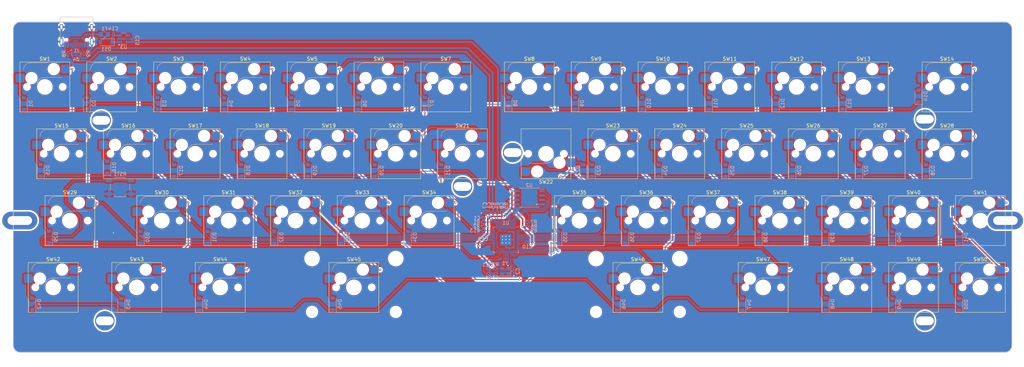
<source format=kicad_pcb>
(kicad_pcb (version 20240108) (generator "pcbnew") (generator_version "8.0")
  (layers (0 "F.Cu" signal) (31 "B.Cu" signal) (34 "B.Paste" user) (35 "F.Paste" user) (36 "B.SilkS" user "B.Silkscreen") (37 "F.SilkS" user "F.Silkscreen") (38 "B.Mask" user) (39 "F.Mask" user) (44 "Edge.Cuts" user))
  (net 0 "")
  (net 1 "Net-(D1-A)")
  (net 2 "Net-(D2-A)")
  (net 3 "Net-(D3-A)")
  (net 4 "Net-(D4-A)")
  (net 5 "Net-(D5-A)")
  (net 6 "Net-(D6-A)")
  (net 7 "Net-(D7-A)")
  (net 8 "Net-(D8-A)")
  (net 9 "Net-(D9-A)")
  (net 10 "Net-(D10-A)")
  (net 11 "Net-(D11-A)")
  (net 12 "Net-(D12-A)")
  (net 13 "Net-(D13-A)")
  (net 14 "Net-(D14-A)")
  (net 15 "Net-(D15-A)")
  (net 16 "Net-(D16-A)")
  (net 17 "Net-(D17-A)")
  (net 18 "Net-(D18-A)")
  (net 19 "Net-(D19-A)")
  (net 20 "Net-(D20-A)")
  (net 21 "Net-(D21-A)")
  (net 22 "Net-(D22-A)")
  (net 23 "Net-(D23-A)")
  (net 24 "Net-(D24-A)")
  (net 25 "Net-(D25-A)")
  (net 26 "Net-(D26-A)")
  (net 27 "Net-(D27-A)")
  (net 28 "Net-(D28-A)")
  (net 29 "Net-(D29-A)")
  (net 30 "Net-(D30-A)")
  (net 31 "Net-(D31-A)")
  (net 32 "Net-(D32-A)")
  (net 33 "Net-(D33-A)")
  (net 34 "Net-(D34-A)")
  (net 35 "Net-(D35-A)")
  (net 36 "Net-(D36-A)")
  (net 37 "Net-(D37-A)")
  (net 38 "Net-(D38-A)")
  (net 39 "Net-(D39-A)")
  (net 40 "Net-(D40-A)")
  (net 41 "Net-(D41-A)")
  (net 42 "Net-(D42-A)")
  (net 43 "Net-(D43-A)")
  (net 44 "Net-(D44-A)")
  (net 45 "Net-(D45-A)")
  (net 46 "Net-(D46-A)")
  (net 47 "Net-(D47-A)")
  (net 48 "Net-(D48-A)")
  (net 49 "Net-(D49-A)")
  (net 50 "Net-(D50-A)")
  (net 51 "COL0")
  (net 52 "COL1")
  (net 53 "COL2")
  (net 54 "COL3")
  (net 55 "COL4")
  (net 56 "COL5")
  (net 57 "COL6")
  (net 58 "COL7")
  (net 59 "COL8")
  (net 60 "COL9")
  (net 61 "COLA")
  (net 62 "COLB")
  (net 63 "COLC")
  (net 64 "GND")
  (net 65 "Net-(U1-ADC_AVDD)")
  (net 66 "Net-(U1-XIN)")
  (net 67 "Net-(C3-Pad2)")
  (net 70 "Net-(R1-Pad1)")
  (net 71 "+3.3V")
  (net 72 "Net-(U1-XOUT)")
  (net 73 "USB_DP")
  (net 74 "Net-(U1-USB_DP)")
  (net 75 "USB_DM")
  (net 76 "Net-(U1-USB_DM)")
  (net 77 "NRST")
  (net 81 "+1V2")
  (net 82 "SWCLK")
  (net 83 "SWD")
  (net 90 "ROW0")
  (net 91 "ROW3")
  (net 92 "ROW1")
  (net 93 "ROW2")
  (net 95 "QSPI_CS")
  (net 96 "BOOT")
  (net 97 "QSPI_DATA3")
  (net 98 "QSPI_CLK")
  (net 99 "QSPI_DATA0")
  (net 100 "QSPI_DATA2")
  (net 101 "QSPI_DATA1")
  (net 105 "Net-(DS1-K)")
  (net 106 "Net-(F1-Pad1)")
  (net 107 "Net-(J1-CC2)")
  (net 108 "Net-(J1-CC1)")
  (net 114 "Net-(DS1-A)")
  (footprint "Switch_Keyboard_Hotswap_Kailh:SW_Hotswap_Kailh_MX_1.25u" (layer "F.Cu") (at 68.70375 105.68)
    (property "Reference" "SW43")
    (property "Value" "SW_Push_45deg")
  )
  (footprint "Switch_Keyboard_Hotswap_Kailh:SW_Hotswap_Kailh_MX_1.00u" (layer "F.Cu") (at 299.685 67.58)
    (property "Reference" "SW28")
    (property "Value" "SW_Push_45deg")
  )
  (footprint "Switch_Keyboard_Hotswap_Kailh:SW_Hotswap_Kailh_MX_1.00u" (layer "F.Cu") (at 99.66 48.53)
    (property "Reference" "SW4")
    (property "Value" "SW_Push_45deg")
  )
  (footprint "Switch_Keyboard_Hotswap_Kailh:SW_Hotswap_Kailh_MX_1.00u" (layer "F.Cu") (at 104.4225 67.58)
    (property "Reference" "SW18")
    (property "Value" "SW_Push_45deg")
  )
  (footprint "Switch_Keyboard_Hotswap_Kailh:SW_Hotswap_Kailh_MX_2.25u" (layer "F.Cu") (at 211.57875 105.68)
    (property "Reference" "SW46")
    (property "Value" "SW_Push_45deg")
  )
  (footprint "" (layer "F.Cu") (at 175.859642 67.23)
    (property "Reference" "")
    (property "Value" "")
  )
  (footprint "Switch_Keyboard_Hotswap_Kailh:SW_Hotswap_Kailh_MX_1.00u" (layer "F.Cu") (at 161.5725 67.58)
    (property "Reference" "SW21")
    (property "Value" "SW_Push_45deg")
  )
  (footprint "Switch_Keyboard_Hotswap_Kailh:SW_Hotswap_Kailh_MX_1.00u" (layer "F.Cu") (at 290.16 86.63)
    (property "Reference" "SW40")
    (property "Value" "SW_Push_45deg")
  )
  (footprint "Switch_Keyboard_Hotswap_Kailh:SW_Hotswap_Kailh_MX_1.00u" (layer "F.Cu") (at 137.76 48.53)
    (property "Reference" "SW6")
    (property "Value" "SW_Push_45deg")
  )
  (footprint "Switch_Keyboard_Hotswap_Kailh:SW_Hotswap_Kailh_MX_1.00u" (layer "F.Cu") (at 218.7225 48.53)
    (property "Reference" "SW10")
    (property "Value" "SW_Push_45deg")
  )
  (footprint "Switch_Keyboard_Hotswap_Kailh:SW_Hotswap_Kailh_MX_1.00u" (layer "F.Cu") (at 271.11 86.63)
    (property "Reference" "SW39")
    (property "Value" "SW_Push_45deg")
  )
  (footprint "Switch_Keyboard_Hotswap_Kailh:SW_Hotswap_Kailh_MX_1.00u" (layer "F.Cu") (at 213.96 86.63)
    (property "Reference" "SW36")
    (property "Value" "SW_Push_45deg")
  )
  (footprint "Switch_Keyboard_Hotswap_Kailh:SW_Hotswap_Kailh_MX_1.00u" (layer "F.Cu") (at 275.8725 48.53)
    (property "Reference" "SW13")
    (property "Value" "SW_Push_45deg")
  )
  (footprint "Switch_Keyboard_Hotswap_Kailh:SW_Hotswap_Kailh_MX_1.00u" (layer "F.Cu") (at 47.2725 67.58)
    (property "Reference" "SW15")
    (property "Value" "SW_Push_45deg")
  )
  (footprint "" (layer "F.Cu") (at 58.584642 58.055024)
    (property "Reference" "")
    (property "Value" "")
  )
  (footprint "Switch_Keyboard_Hotswap_Kailh:SW_Hotswap_Kailh_MX_1.00u" (layer "F.Cu") (at 242.535 67.58)
    (property "Reference" "SW25")
    (property "Value" "SW_Push_45deg")
  )
  (footprint "Switch_Keyboard_Hotswap_Kailh:SW_Hotswap_Kailh_MX_1.00u" (layer "F.Cu") (at 261.585 67.58)
    (property "Reference" "SW26")
    (property "Value" "SW_Push_45deg")
  )
  (footprint "Switch_Keyboard_Hotswap_Kailh:SW_Hotswap_Kailh_MX_1.00u" (layer "F.Cu") (at 113.9475 86.63)
    (property "Reference" "SW32")
    (property "Value" "SW_Push_45deg")
  )
  (footprint "" (layer "F.Cu") (at 316.35363 86.605)
    (property "Reference" "")
    (property "Value" "")
  )
  (footprint "Switch_Keyboard_Hotswap_Kailh:SW_Hotswap_Kailh_MX_1.00u" (layer "F.Cu") (at 142.5225 67.58)
    (property "Reference" "SW20")
    (property "Value" "SW_Push_45deg")
  )
  (footprint "Switch_Keyboard_Hotswap_Kailh:SW_Hotswap_Kailh_MX_1.75u" (layer "F.Cu") (at 49.65375 86.63)
    (property "Reference" "SW29")
    (property "Value" "SW_Push_45deg")
  )
  (footprint "Switch_Keyboard_Hotswap_Kailh:SW_Hotswap_Kailh_MX_1.00u" (layer "F.Cu") (at 132.9975 86.63)
    (property "Reference" "SW33")
    (property "Value" "SW_Push_45deg")
  )
  (footprint "Switch_Keyboard_Hotswap_Kailh:SW_Hotswap_Kailh_MX_1.00u" (layer "F.Cu") (at 290.16 105.68)
    (property "Reference" "SW49")
    (property "Value" "SW_Push_45deg")
  )
  (footprint "Mounting_Keyboard_Stabilizer:Stabilizer_Cherry_MX_2.00u" (layer "F.Cu") (at 211.57875 105.68 180)
    (property "Reference" "REF**" (hide yes))
    (property "Value" "Stabilizer_Cherry_MX_2.00u")
  )
  (footprint "" (layer "F.Cu") (at 59.609642 115.205072)
    (property "Reference" "")
    (property "Value" "")
  )
  (footprint "Switch_Keyboard_Hotswap_Kailh:SW_Hotswap_Kailh_MX_1.00u" (layer "F.Cu") (at 42.51 48.53)
    (property "Reference" "SW1")
    (property "Value" "SW_Push_45deg")
  )
  (footprint "Switch_Keyboard_Hotswap_Kailh:SW_Hotswap_Kailh_MX_1.00u" (layer "F.Cu") (at 256.8225 48.53)
    (property "Reference" "SW12")
    (property "Value" "SW_Push_45deg")
  )
  (footprint "Switch_Keyboard_Hotswap_Kailh:SW_Hotswap_Kailh_MX_1.00u" (layer "F.Cu") (at 66.3225 67.58)
    (property "Reference" "SW16")
    (property "Value" "SW_Push_45deg")
  )
  (footprint "Switch_Keyboard_Hotswap_Kailh:SW_Hotswap_Kailh_MX_1.00u" (layer "F.Cu") (at 185.385 67.58 180)
    (property "Reference" "SW22")
    (property "Value" "SW_Push_45deg")
  )
  (footprint "Switch_Keyboard_Hotswap_Kailh:SW_Hotswap_Kailh_MX_1.50u" (layer "F.Cu") (at 299.685 48.53)
    (property "Reference" "SW14")
    (property "Value" "SW_Push_45deg")
  )
  (footprint "Switch_Keyboard_Hotswap_Kailh:SW_Hotswap_Kailh_MX_1.00u" (layer "F.Cu") (at 280.635 67.58)
    (property "Reference" "SW27")
    (property "Value" "SW_Push_45deg")
  )
  (footprint "Switch_Keyboard_Hotswap_Kailh:SW_Hotswap_Kailh_MX_1.00u" (layer "F.Cu") (at 123.4725 67.58)
    (property "Reference" "SW19")
    (property "Value" "SW_Push_45deg")
  )
  (footprint "" (layer "F.Cu") (at 293.409642 57.70705)
    (property "Reference" "")
    (property "Value" "")
  )
  (footprint "Switch_Keyboard_Hotswap_Kailh:SW_Hotswap_Kailh_MX_1.00u" (layer "F.Cu") (at 237.7725 48.53)
    (property "Reference" "SW11")
    (property "Value" "SW_Push_45deg")
  )
  (footprint "Switch_Keyboard_Hotswap_Kailh:SW_Hotswap_Kailh_MX_1.00u" (layer "F.Cu") (at 271.11 105.68)
    (property "Reference" "SW48")
    (property "Value" "SW_Push_45deg")
  )
  (footprint "" (layer "F.Cu") (at 35.365894 86.605)
    (property "Reference" "")
    (property "Value" "")
  )
  (footprint "Switch_Keyboard_Hotswap_Kailh:SW_Hotswap_Kailh_MX_1.00u" (layer "F.Cu") (at 118.71 48.53)
    (property "Reference" "SW5")
    (property "Value" "SW_Push_45deg")
  )
  (footprint "Switch_Keyboard_Hotswap_Kailh:SW_Hotswap_Kailh_MX_1.25u" (layer "F.Cu") (at 44.89125 105.68)
    (property "Reference" "SW42")
    (property "Value" "SW_Push_45deg")
  )
  (footprint "Switch_Keyboard_Hotswap_Kailh:SW_Hotswap_Kailh_MX_1.00u" (layer "F.Cu") (at 75.8475 86.63)
    (property "Reference" "SW30")
    (property "Value" "SW_Push_45deg")
  )
  (footprint "Mounting_Keyboard_Stabilizer:Stabilizer_Cherry_MX_2.00u" (layer "F.Cu") (at 130.61625 105.68 180)
    (property "Reference" "REF**" (hide yes))
    (property "Value" "Stabilizer_Cherry_MX_2.00u")
  )
  (footprint "Switch_Keyboard_Hotswap_Kailh:SW_Hotswap_Kailh_MX_1.00u" (layer "F.Cu") (at 309.21 105.68)
    (property "Reference" "SW50")
    (property "Value" "SW_Push_45deg")
  )
  (footprint "" (layer "F.Cu") (at 293.414642 115.205072)
    (property "Reference" "")
    (property "Value" "")
  )
  (footprint "" (layer "F.Cu") (at 161.57225 76.90504)
    (property "Reference" "")
    (property "Value" "")
  )
  (footprint "Switch_Keyboard_Hotswap_Kailh:SW_Hotswap_Kailh_MX_1.25u" (layer "F.Cu") (at 92.51625 105.68)
    (property "Reference" "SW44")
    (property "Value" "SW_Push_45deg")
  )
  (footprint "Switch_Keyboard_Hotswap_Kailh:SW_Hotswap_Kailh_MX_1.00u" (layer "F.Cu") (at 85.3725 67.58)
    (property "Reference" "SW17")
    (property "Value" "SW_Push_45deg")
  )
  (footprint "Switch_Keyboard_Hotswap_Kailh:SW_Hotswap_Kailh_MX_1.00u" (layer "F.Cu") (at 309.21 86.63)
    (property "Reference" "SW41")
    (property "Value" "SW_Push_45deg")
  )
  (footprint "Switch_Keyboard_Hotswap_Kailh:SW_Hotswap_Kailh_MX_1.00u" (layer "F.Cu") (at 80.61 48.53)
    (property "Reference" "SW3")
    (property "Value" "SW_Push_45deg")
  )
  (footprint "Switch_Keyboard_Hotswap_Kailh:SW_Hotswap_Kailh_MX_2.75u" (layer "F.Cu") (at 130.61625 105.68)
    (property "Reference" "SW45")
    (property "Value" "SW_Push_45deg")
  )
  (footprint "Switch_Keyboard_Hotswap_Kailh:SW_Hotswap_Kailh_MX_1.00u" (layer "F.Cu") (at 223.485 67.58)
    (property "Reference" "SW24")
    (property "Value" "SW_Push_45deg")
  )
  (footprint "Switch_Keyboard_Hotswap_Kailh:SW_Hotswap_Kailh_MX_1.00u" (layer "F.Cu") (at 252.06 86.63)
    (property "Reference" "SW38")
    (property "Value" "SW_Push_45deg")
  )
  (footprint "Switch_Keyboard_Hotswap_Kailh:SW_Hotswap_Kailh_MX_1.50u" (layer "F.Cu") (at 247.2975 105.68)
    (property "Reference" "SW47")
    (property "Value" "SW_Push_45deg")
  )
  (footprint "Switch_Keyboard_Hotswap_Kailh:SW_Hotswap_Kailh_MX_1.00u" (layer "F.Cu") (at 194.91 86.63)
    (property "Reference" "SW35")
    (property "Value" "SW_Push_45deg")
  )
  (footprint "Switch_Keyboard_Hotswap_Kailh:SW_Hotswap_Kailh_MX_1.00u" (layer "F.Cu") (at 152.0475 86.63)
    (property "Reference" "SW34")
    (property "Value" "SW_Push_45deg")
  )
  (footprint "Switch_Keyboard_Hotswap_Kailh:SW_Hotswap_Kailh_MX_1.00u" (layer "F.Cu") (at 61.56 48.53)
    (property "Reference" "SW2")
    (property "Value" "SW_Push_45deg")
  )
  (footprint "Switch_Keyboard_Hotswap_Kailh:SW_Hotswap_Kailh_MX_1.00u" (layer "F.Cu") (at 233.01 86.63)
    (property "Reference" "SW37")
    (property "Value" "SW_Push_45deg")
  )
  (footprint "Switch_Keyboard_Hotswap_Kailh:SW_Hotswap_Kailh_MX_1.00u" (layer "F.Cu") (at 94.8975 86.63)
    (property "Reference" "SW31")
    (property "Value" "SW_Push_45deg")
  )
  (footprint "Switch_Keyboard_Hotswap_Kailh:SW_Hotswap_Kailh_MX_1.00u" (layer "F.Cu") (at 180.6225 48.53)
    (property "Reference" "SW8")
    (property "Value" "SW_Push_45deg")
  )
  (footprint "Switch_Keyboard_Hotswap_Kailh:SW_Hotswap_Kailh_MX_1.00u" (layer "F.Cu") (at 156.81 48.53)
    (property "Reference" "SW7")
    (property "Value" "SW_Push_45deg")
  )
  (footprint "Switch_Keyboard_Hotswap_Kailh:SW_Hotswap_Kailh_MX_1.00u" (layer "F.Cu") (at 204.435 67.58)
    (property "Reference" "SW23")
    (property "Value" "SW_Push_45deg")
  )
  (footprint "Switch_Keyboard_Hotswap_Kailh:SW_Hotswap_Kailh_MX_1.00u" (layer "F.Cu") (at 199.6725 48.53)
    (property "Reference" "SW9")
    (property "Value" "SW_Push_45deg")
  )
  (footprint "Diode_SMD:D_SOD-123" (layer "B.Cu") (at 59.968924 35.774214 180)
    (property "Reference" "DS1")
    (property "Value" "D_Schottky")
  )
  (footprint "Diode_SMD:D_SOD-123" (layer "B.Cu") (at 150.83 53.18 90)
    (property "Reference" "D7")
    (property "Value" "1N4148W")
  )
  (footprint "Package_SO:SOIC-8_5.23x5.23mm_P1.27mm" (layer "B.Cu") (at 180.611424 80.089214 180)
    (property "Reference" "U2")
    (property "Value" "W25Q128JVS")
  )
  (footprint "Diode_SMD:D_SOD-123" (layer "B.Cu") (at 255.56 72.35 90)
    (property "Reference" "D26")
    (property "Value" "1N4148W")
  )
  (footprint "Diode_SMD:D_SOD-123" (layer "B.Cu") (at 284.1 110.4975 90)
    (property "Reference" "D49")
    (property "Value" "1N4148W")
  )
  (footprint "Diode_SMD:D_SOD-123" (layer "B.Cu") (at 126.94 91.37 90)
    (property "Reference" "D33")
    (property "Value" "1N4148W")
  )
  (footprint "Capacitor_SMD:C_0402_1005Metric" (layer "B.Cu") (at 62.041424 33.584214 90)
    (property "Reference" "C14")
    (property "Value" "1u")
  )
  (footprint "Package_TO_SOT_SMD:SOT-23-5" (layer "B.Cu") (at 64.983924 34.786714)
    (property "Reference" "U3")
    (property "Value" "TLV70030_SOT23-5")
  )
  (footprint "Diode_SMD:D_SOD-123" (layer "B.Cu") (at 79.33 72.36 90)
    (property "Reference" "D17")
    (property "Value" "1N4148W")
  )
  (footprint "Diode_SMD:D_SOD-123" (layer "B.Cu") (at 245.97 91.44 90)
    (property "Reference" "D38")
    (property "Value" "1N4148W")
  )
  (footprint "Resistor_SMD:R_0402_1005Metric" (layer "B.Cu") (at 49.141424 39.054214 -90)
    (property "Reference" "R8")
    (property "Value" "5K1")
  )
  (footprint "Resistor_SMD:R_0402_1005Metric" (layer "B.Cu") (at 170.971424 100.334214 180)
    (property "Reference" "R3")
    (property "Value" "1K")
  )
  (footprint "Diode_SMD:D_SOD-123" (layer "B.Cu") (at 54.48 53.23 90)
    (property "Reference" "D2")
    (property "Value" "1N4148W")
  )
  (footprint "Capacitor_SMD:C_0402_1005Metric" (layer "B.Cu") (at 168.901424 100.354214)
    (property "Reference" "C11")
    (property "Value" "100n")
  )
  (footprint "Capacitor_SMD:C_0402_1005Metric" (layer "B.Cu") (at 180.031424 89.484214)
    (property "Reference" "C9")
    (property "Value" "100n")
  )
  (footprint "Package_DFN_QFN:QFN-56-1EP_7x7mm_P0.4mm_EP3.2x3.2mm" (layer "B.Cu") (at 173.911424 92.094214 180)
    (property "Reference" "U1")
    (property "Value" "RP2040")
  )
  (footprint "Capacitor_SMD:C_0402_1005Metric" (layer "B.Cu") (at 173.861424 84.274214 90)
    (property "Reference" "C5")
    (property "Value" "100n")
  )
  (footprint "Capacitor_SMD:C_0402_1005Metric" (layer "B.Cu") (at 168.911424 101.724214)
    (property "Reference" "C6")
    (property "Value" "100n")
  )
  (footprint "Diode_SMD:D_SOD-123" (layer "B.Cu") (at 43.69 91.3075 90)
    (property "Reference" "D29")
    (property "Value" "1N4148W")
  )
  (footprint "Diode_SMD:D_SOD-123" (layer "B.Cu") (at 88.86 91.4 90)
    (property "Reference" "D31")
    (property "Value" "1N4148W")
  )
  (footprint "Capacitor_SMD:C_0402_1005Metric" (layer "B.Cu") (at 180.071424 92.904214)
    (property "Reference" "C10")
    (property "Value" "100n")
  )
  (footprint "Resistor_SMD:R_0402_1005Metric" (layer "B.Cu") (at 170.291424 84.254214 -90)
    (property "Reference" "R5")
    (property "Value" "27R4")
  )
  (footprint "Diode_SMD:D_SOD-123" (layer "B.Cu") (at 303.15 91.46 90)
    (property "Reference" "D41")
    (property "Value" "1N4148W")
  )
  (footprint "Resistor_SMD:R_0402_1005Metric" (layer "B.Cu") (at 167.481424 88.274214 180)
    (property "Reference" "R2")
    (property "Value" "R")
  )
  (footprint "Diode_SMD:D_SOD-123" (layer "B.Cu") (at 284.08 91.46 90)
    (property "Reference" "D40")
    (property "Value" "1N4148W")
  )
  (footprint "Capacitor_SMD:C_0402_1005Metric" (layer "B.Cu") (at 67.721424 35.254214 90)
    (property "Reference" "C15")
    (property "Value" "1u")
  )
  (footprint "Diode_SMD:D_SOD-123" (layer "B.Cu") (at 207.95 91.39 90)
    (property "Reference" "D36")
    (property "Value" "1N4148W")
  )
  (footprint "Diode_SMD:D_SOD-123" (layer "B.Cu") (at 231.77 53.26 90)
    (property "Reference" "D11")
    (property "Value" "1N4148W")
  )
  (footprint "Diode_SMD:D_SOD-123" (layer "B.Cu") (at 269.92 53.21 90)
    (property "Reference" "D13")
    (property "Value" "1N4148W")
  )
  (footprint "Diode_SMD:D_SOD-123" (layer "B.Cu") (at 265.06 91.44 90)
    (property "Reference" "D39")
    (property "Value" "1N4148W")
  )
  (footprint "Diode_SMD:D_SOD-123" (layer "B.Cu") (at 188.88 91.4 90)
    (property "Reference" "D35")
    (property "Value" "1N4148W")
  )
  (footprint "Diode_SMD:D_SOD-123" (layer "B.Cu") (at 217.46 72.3975 90)
    (property "Reference" "D24")
    (property "Value" "1N4148W")
  )
  (footprint "Diode_SMD:D_SOD-123" (layer "B.Cu") (at 93.63 53.2875 90)
    (property "Reference" "D4")
    (property "Value" "1N4148W")
  )
  (footprint "Diode_SMD:D_SOD-123" (layer "B.Cu") (at 64.31 110.52 90)
    (property "Reference" "D43")
    (property "Value" "1N4148W")
  )
  (footprint "Capacitor_SMD:C_0402_1005Metric" (layer "B.Cu") (at 167.461424 93.074214 180)
    (property "Reference" "C12")
    (property "Value" "100n")
  )
  (footprint "Button_Switch_SMD:SW_SPST_TL3342" (layer "B.Cu") (at 63.940918 77.10504 180)
    (property "Reference" "RST1")
    (property "Value" "SW_SPST")
  )
  (footprint "Capacitor_SMD:C_0402_1005Metric" (layer "B.Cu") (at 169.131424 84.244214 90)
    (property "Reference" "C4")
    (property "Value" "1u")
  )
  (footprint "Capacitor_SMD:C_0402_1005Metric" (layer "B.Cu") (at 176.181424 101.084214 90)
    (property "Reference" "C2")
    (property "Value" "27pF")
  )
  (footprint "Resistor_SMD:R_0805_2012Metric_Pad1.20x1.40mm_HandSolder" (layer "B.Cu") (at 59.481424 33.544214)
    (property "Reference" "F1")
    (property "Value" "Fuse")
  )
  (footprint "Diode_SMD:D_SOD-123" (layer "B.Cu") (at 226.96 91.43 90)
    (property "Reference" "D37")
    (property "Value" "1N4148W")
  )
  (footprint "Diode_SMD:D_SOD-123" (layer "B.Cu") (at 124.59 110.4375 90)
    (property "Reference" "D45")
    (property "Value" "1N4148W")
  )
  (footprint "Diode_SMD:D_SOD-123" (layer "B.Cu") (at 117.56 72.36 90)
    (property "Reference" "D19")
    (property "Value" "1N4148W")
  )
  (footprint "Diode_SMD:D_SOD-123" (layer "B.Cu") (at 36.5 53.3 90)
    (property "Reference" "D1")
    (property "Value" "1N4148W")
  )
  (footprint "Diode_SMD:D_SOD-123" (layer "B.Cu") (at 69.8 91.3975 90)
    (property "Reference" "D30")
    (property "Value" "1N4148W")
  )
  (footprint "Diode_SMD:D_SOD-123" (layer "B.Cu") (at 265.09 110.42 90)
    (property "Reference" "D48")
    (property "Value" "1N4148W")
  )
  (footprint "Diode_SMD:D_SOD-123" (layer "B.Cu") (at 293.67 72.35 90)
    (property "Reference" "D28")
    (property "Value" "1N4148W")
  )
  (footprint "Crystal:Crystal_SMD_2520-4Pin_2.5x2.0mm" (layer "B.Cu") (at 173.716424 101.024214 180)
    (property "Reference" "Y1")
    (property "Value" "12Mhz")
  )
  (footprint "Capacitor_SMD:C_0402_1005Metric" (layer "B.Cu") (at 167.961424 84.254214 90)
    (property "Reference" "C7")
    (property "Value" "1u")
  )
  (footprint "Diode_SMD:D_SOD-123" (layer "B.Cu") (at 212.75 53.2 90)
    (property "Reference" "D10")
    (property "Value" "1N4148W")
  )
  (footprint "Diode_SMD:D_SOD-123" (layer "B.Cu") (at 41.31 72.29 90)
    (property "Reference" "D15")
    (property "Value" "1N4148W")
  )
  (footprint "Diode_SMD:D_SOD-123" (layer "B.Cu") (at 107.95 91.39 90)
    (property "Reference" "D32")
    (property "Value" "1N4148W")
  )
  (footprint "Diode_SMD:D_SOD-123" (layer "B.Cu") (at 291.561424 51.144214 90)
    (property "Reference" "D14")
    (property "Value" "1N4148W")
  )
  (footprint "Diode_SMD:D_SOD-123" (layer "B.Cu") (at 136.53 72.35 90)
    (property "Reference" "D20")
    (property "Value" "1N4148W")
  )
  (footprint "Capacitor_SMD:C_0402_1005Metric" (layer "B.Cu") (at 167.481424 85.894214)
    (property "Reference" "C1")
    (property "Value" "2u2")
  )
  (footprint "Diode_SMD:D_SOD-123" (layer "B.Cu") (at 198.39 72.3675 90)
    (property "Reference" "D23")
    (property "Value" "1N4148W")
  )
  (footprint "Diode_SMD:D_SOD-123" (layer "B.Cu") (at 98.48 72.3 90)
    (property "Reference" "D18")
    (property "Value" "1N4148W")
  )
  (footprint "Connector_USB:USB_C_Receptacle_HRO_TYPE-C-31-M-12" (layer "B.Cu") (at 51.552642 32.494214)
    (property "Reference" "J1")
    (property "Value" "USB_C_Receptacle_USB2.0")
  )
  (footprint "Diode_SMD:D_SOD-123" (layer "B.Cu") (at 112.71 53.25 90)
    (property "Reference" "D5")
    (property "Value" "1N4148W")
  )
  (footprint "Diode_SMD:D_SOD-123" (layer "B.Cu") (at 196.031424 72.364214 90)
    (property "Reference" "D22")
    (property "Value" "1N4148W")
  )
  (footprint "Diode_SMD:D_SOD-123" (layer "B.Cu") (at 146 91.41 90)
    (property "Reference" "D34")
    (property "Value" "1N4148W")
  )
  (footprint "Diode_SMD:D_SOD-123" (layer "B.Cu") (at 174.68 53.17 90)
    (property "Reference" "D8")
    (property "Value" "1N4148W")
  )
  (footprint "Diode_SMD:D_SOD-123" (layer "B.Cu") (at 131.76 53.29 90)
    (property "Reference" "D6")
    (property "Value" "1N4148W")
  )
  (footprint "Diode_SMD:D_SOD-123" (layer "B.Cu") (at 303.12 110.52 90)
    (property "Reference" "D50")
    (property "Value" "1N4148W")
  )
  (footprint "Resistor_SMD:R_0402_1005Metric" (layer "B.Cu") (at 180.031424 88.304214)
    (property "Reference" "R6")
    (property "Value" "10K")
  )
  (footprint "Diode_SMD:D_SOD-123" (layer "B.Cu") (at 193.68 53.1875 90)
    (property "Reference" "D9")
    (property "Value" "1N4148W")
  )
  (footprint "Capacitor_SMD:C_0402_1005Metric" (layer "B.Cu") (at 170.991424 101.734214)
    (property "Reference" "C3")
    (property "Value" "27pF")
  )
  (footprint "Diode_SMD:D_SOD-123" (layer "B.Cu") (at 60.261424 71.404214 90)
    (property "Reference" "D16")
    (property "Value" "1N4148W")
  )
  (footprint "Diode_SMD:D_SOD-123" (layer "B.Cu") (at 205.53 110.47 90)
    (property "Reference" "D46")
    (property "Value" "1N4148W")
  )
  (footprint "Capacitor_SMD:C_0402_1005Metric" (layer "B.Cu") (at 172.711424 84.244214 90)
    (property "Reference" "C8")
    (property "Value" "100n")
  )
  (footprint "Diode_SMD:D_SOD-123" (layer "B.Cu") (at 250.83 53.3 90)
    (property "Reference" "D12")
    (property "Value" "1N4148W")
  )
  (footprint "Resistor_SMD:R_0402_1005Metric" (layer "B.Cu") (at 53.691424 39.044214 -90)
    (property "Reference" "R9")
    (property "Value" "5K1")
  )
  (footprint "Diode_SMD:D_SOD-123" (layer "B.Cu") (at 74.61 53.22 90)
    (property "Reference" "D3")
    (property "Value" "1N4148W")
  )
  (footprint "Diode_SMD:D_SOD-123" (layer "B.Cu") (at 155.47 72.36 90)
    (property "Reference" "D21")
    (property "Value" "1N4148W")
  )
  (footprint "Resistor_SMD:R_0402_1005Metric" (layer "B.Cu") (at 171.471424 84.264214 -90)
    (property "Reference" "R4")
    (property "Value" "27R4")
  )
  (footprint "Resistor_SMD:R_0402_1005Metric" (layer "B.Cu") (at 167.491424 87.074214)
    (property "Reference" "R1")
    (property "Value" "1R")
  )
  (footprint "Resistor_SMD:R_0402_1005Metric" (layer "B.Cu") (at 180.011424 87.034214 180)
    (property "Reference" "R7")
    (property "Value" "1K")
  )
  (footprint "Package_DFN_QFN:Diodes_UDFN-10_1.0x2.5mm_P0.5mm" (layer "B.Cu") (at 51.451424 39.044214 -90)
    (property "Reference" "U4")
    (property "Value" "D3V3XA4B10LP")
  )
  (footprint "Diode_SMD:D_SOD-123" (layer "B.Cu") (at 274.61 72.35 90)
    (property "Reference" "D27")
    (property "Value" "1N4148W")
  )
  (footprint "Diode_SMD:D_SOD-123" (layer "B.Cu") (at 241.32 110.48 90)
    (property "Reference" "D47")
    (property "Value" "1N4148W")
  )
  (footprint "Diode_SMD:D_SOD-123" (layer "B.Cu") (at 236.51 72.37 90)
    (property "Reference" "D25")
    (property "Value" "1N4148W")
  )
  (footprint "Diode_SMD:D_SOD-123" (layer "B.Cu") (at 86.47 110.47 90)
    (property "Reference" "D44")
    (property "Value" "1N4148W")
  )
  (footprint "Diode_SMD:D_SOD-123" (layer "B.Cu") (at 38.87 110.4175 90)
    (property "Reference" "D42")
    (property "Value" "1N4148W")
  )
  (footprint "Capacitor_SMD:C_0402_1005Metric" (layer "B.Cu") (at 167.471424 89.414214 180)
    (property "Reference" "C13")
    (property "Value" "100n")
  )
  (gr_line (start 33.509642 32.005) (end 33.509642 122.205064) (stroke (width 0.2)) (layer "Edge.Cuts"))
  (gr_arc (start 318.209642 122.205064) (mid 317.623874 123.619316) (end 316.209642 124.205064) (stroke (width 0.2)) (layer "Edge.Cuts"))
  (gr_arc (start 316.209642 30.005) (mid 317.623849 30.590792) (end 318.209642 32.005) (stroke (width 0.2)) (layer "Edge.Cuts"))
  (gr_arc (start 33.509642 32.005) (mid 34.095426 30.590782) (end 35.509642 30.005) (stroke (width 0.2)) (layer "Edge.Cuts"))
  (gr_line (start 35.509642 124.205064) (end 316.209642 124.205064) (stroke (width 0.2)) (layer "Edge.Cuts"))
  (gr_line (start 318.209642 122.205064) (end 318.209642 32.005) (stroke (width 0.2)) (layer "Edge.Cuts"))
  (gr_line (start 316.209642 30.005) (end 35.509642 30.005) (stroke (width 0.2)) (layer "Edge.Cuts"))
  (gr_arc (start 35.509642 124.205064) (mid 34.09543 123.619277) (end 33.509642 122.205064) (stroke (width 0.2)) (layer "Edge.Cuts"))
  (segment (start 35.425 50.575) (end 35.425 45.99) (width 0.25) (layer "B.Cu") (net 1))
  (segment (start 36.5 51.65) (end 35.425 50.575) (width 0.25) (layer "B.Cu") (net 1))
  (segment (start 54.475 51.575) (end 54.48 51.58) (width 0.25) (layer "B.Cu") (net 2))
  (segment (start 54.475 45.99) (end 54.475 51.575) (width 0.25) (layer "B.Cu") (net 2))
  (segment (start 73.525 50.485) (end 74.61 51.57) (width 0.25) (layer "B.Cu") (net 3))
  (segment (start 73.525 45.99) (end 73.525 50.485) (width 0.25) (layer "B.Cu") (net 3))
  (segment (start 92.575 45.99) (end 92.575 50.5825) (width 0.25) (layer "B.Cu") (net 4))
  (segment (start 92.575 50.5825) (end 93.63 51.6375) (width 0.25) (layer "B.Cu") (net 4))
  (segment (start 111.625 50.515) (end 112.71 51.6) (width 0.25) (layer "B.Cu") (net 5))
  (segment (start 111.625 45.99) (end 111.625 50.515) (width 0.25) (layer "B.Cu") (net 5))
  (segment (start 130.675 50.555) (end 131.76 51.64) (width 0.25) (layer "B.Cu") (net 6))
  (segment (start 130.675 45.99) (end 130.675 50.555) (width 0.25) (layer "B.Cu") (net 6))
  (segment (start 149.725 45.99) (end 149.725 50.425) (width 0.25) (layer "B.Cu") (net 7))
  (segment (start 149.725 50.425) (end 150.83 51.53) (width 0.25) (layer "B.Cu") (net 7))
  (segment (start 173.5375 45.99) (end 173.5375 50.3775) (width 0.2) (layer "B.Cu") (net 8))
  (segment (start 173.5375 50.3775) (end 174.68 51.52) (width 0.2) (layer "B.Cu") (net 8))
  (segment (start 192.5875 50.445) (end 193.68 51.5375) (width 0.25) (layer "B.Cu") (net 9))
  (segment (start 192.5875 45.99) (end 192.5875 50.445) (width 0.25) (layer "B.Cu") (net 9))
  (segment (start 211.6375 50.4375) (end 212.75 51.55) (width 0.25) (layer "B.Cu") (net 10))
  (segment (start 211.6375 45.99) (end 211.6375 50.4375) (width 0.25) (layer "B.Cu") (net 10))
  (segment (start 230.6875 50.5275) (end 231.77 51.61) (width 0.25) (layer "B.Cu") (net 11))
  (segment (start 230.6875 45.99) (end 230.6875 50.5275) (width 0.25) (layer "B.Cu") (net 11))
  (segment (start 249.7375 45.99) (end 249.7375 50.5575) (width 0.25) (layer "B.Cu") (net 12))
  (segment (start 249.7375 50.5575) (end 250.83 51.65) (width 0.25) (layer "B.Cu") (net 12))
  (segment (start 268.7875 45.99) (end 268.7875 50.4275) (width 0.25) (layer "B.Cu") (net 13))
  (segment (start 268.7875 50.4275) (end 269.92 51.56) (width 0.25) (layer "B.Cu") (net 13))
  (segment (start 292.6 48.455638) (end 291.561424 49.494214) (width 0.25) (layer "B.Cu") (net 14))
  (segment (start 292.6 45.99) (end 292.6 48.455638) (width 0.25) (layer "B.Cu") (net 14))
  (segment (start 40.1875 69.5175) (end 41.31 70.64) (width 0.25) (layer "B.Cu") (net 15))
  (segment (start 40.1875 65.04) (end 40.1875 69.5175) (width 0.25) (layer "B.Cu") (net 15))
  (segment (start 59.2375 68.73029) (end 60.261424 69.754214) (width 0.25) (layer "B.Cu") (net 16))
  (segment (start 59.2375 65.04) (end 59.2375 68.73029) (width 0.25) (layer "B.Cu") (net 16))
  (segment (start 78.2875 65.04) (end 78.2875 69.6675) (width 0.25) (layer "B.Cu") (net 17))
  (segment (start 78.2875 69.6675) (end 79.33 70.71) (width 0.25) (layer "B.Cu") (net 17))
  (segment (start 97.3375 69.5075) (end 98.48 70.65) (width 0.25) (layer "B.Cu") (net 18))
  (segment (start 97.3375 65.04) (end 97.3375 69.5075) (width 0.25) (layer "B.Cu") (net 18))
  (segment (start 116.3875 65.04) (end 116.3875 69.5375) (width 0.25) (layer "B.Cu") (net 19))
  (segment (start 116.3875 69.5375) (end 117.56 70.71) (width 0.25) (layer "B.Cu") (net 19))
  (segment (start 135.4375 65.04) (end 135.4375 69.6075) (width 0.25) (layer "B.Cu") (net 20))
  (segment (start 135.4375 69.6075) (end 136.53 70.7) (width 0.25) (layer "B.Cu") (net 20))
  (segment (start 154.4875 69.7275) (end 155.47 70.71) (width 0.25) (layer "B.Cu") (net 21))
  (segment (start 154.4875 65.04) (end 154.4875 69.7275) (width 0.25) (layer "B.Cu") (net 21))
  (segment (start 192.47 70.12) (end 195.43721 70.12) (width 0.25) (layer "B.Cu") (net 22))
  (segment (start 195.43721 70.12) (end 196.031424 70.714214) (width 0.25) (layer "B.Cu") (net 22))
  (segment (start 197.35 65.04) (end 197.35 69.6775) (width 0.25) (layer "B.Cu") (net 23))
  (segment (start 197.35 69.6775) (end 198.39 70.7175) (width 0.25) (layer "B.Cu") (net 23))
  (segment (start 216.4 65.04) (end 216.4 69.6875) (width 0.25) (layer "B.Cu") (net 24))
  (segment (start 216.4 69.6875) (end 217.46 70.7475) (width 0.25) (layer "B.Cu") (net 24))
  (segment (start 235.45 69.66) (end 236.51 70.72) (width 0.25) (layer "B.Cu") (net 25))
  (segment (start 235.45 65.04) (end 235.45 69.66) (width 0.25) (layer "B.Cu") (net 25))
  (segment (start 254.5 65.04) (end 254.5 69.64) (width 0.25) (layer "B.Cu") (net 26))
  (segment (start 254.5 69.64) (end 255.56 70.7) (width 0.25) (layer "B.Cu") (net 26))
  (segment (start 273.55 69.64) (end 274.61 70.7) (width 0.25) (layer "B.Cu") (net 27))
  (segment (start 273.55 65.04) (end 273.55 69.64) (width 0.25) (layer "B.Cu") (net 27))
  (segment (start 292.6 69.63) (end 293.67 70.7) (width 0.25) (layer "B.Cu") (net 28))
  (segment (start 292.6 65.04) (end 292.6 69.63) (width 0.25) (layer "B.Cu") (net 28))
  (segment (start 42.56875 88.53625) (end 43.69 89.6575) (width 0.25) (layer "B.Cu") (net 29))
  (segment (start 42.56875 84.09) (end 42.56875 88.53625) (width 0.25) (layer "B.Cu") (net 29))
  (segment (start 68.7625 88.71) (end 69.8 89.7475) (width 0.25) (layer "B.Cu") (net 30))
  (segment (start 68.7625 84.09) (end 68.7625 88.71) (width 0.25) (layer "B.Cu") (net 30))
  (segment (start 87.8125 84.09) (end 87.8125 88.7025) (width 0.25) (layer "B.Cu") (net 31))
  (segment (start 87.8125 88.7025) (end 88.86 89.75) (width 0.25) (layer "B.Cu") (net 31))
  (segment (start 106.8625 84.09) (end 106.8625 88.6525) (width 0.25) (layer "B.Cu") (net 32))
  (segment (start 106.8625 88.6525) (end 107.95 89.74) (width 0.25) (layer "B.Cu") (net 32))
  (segment (start 125.9125 88.6925) (end 126.94 89.72) (width 0.25) (layer "B.Cu") (net 33))
  (segment (start 125.9125 84.09) (end 125.9125 88.6925) (width 0.25) (layer "B.Cu") (net 33))
  (segment (start 144.9625 84.09) (end 144.9625 88.7225) (width 0.25) (layer "B.Cu") (net 34))
  (segment (start 144.9625 88.7225) (end 146 89.76) (width 0.25) (layer "B.Cu") (net 34))
  (segment (start 187.825 84.09) (end 187.825 88.695) (width 0.25) (layer "B.Cu") (net 35))
  (segment (start 187.825 88.695) (end 188.88 89.75) (width 0.25) (layer "B.Cu") (net 35))
  (segment (start 206.875 88.665) (end 207.95 89.74) (width 0.25) (layer "B.Cu") (net 36))
  (segment (start 206.875 84.09) (end 206.875 88.665) (width 0.25) (layer "B.Cu") (net 36))
  (segment (start 225.925 88.745) (end 226.96 89.78) (width 0.25) (layer "B.Cu") (net 37))
  (segment (start 225.925 84.09) (end 225.925 88.745) (width 0.25) (layer "B.Cu") (net 37))
  (segment (start 244.975 84.09) (end 244.975 88.795) (width 0.25) (layer "B.Cu") (net 38))
  (segment (start 244.975 88.795) (end 245.97 89.79) (width 0.25) (layer "B.Cu") (net 38))
  (segment (start 264.025 88.755) (end 265.06 89.79) (width 0.25) (layer "B.Cu") (net 39))
  (segment (start 264.025 84.09) (end 264.025 88.755) (width 0.25) (layer "B.Cu") (net 39))
  (segment (start 283.075 84.09) (end 283.075 88.805) (width 0.25) (layer "B.Cu") (net 40))
  (segment (start 283.075 88.805) (end 284.08 89.81) (width 0.25) (layer "B.Cu") (net 40))
  (segment (start 302.125 84.09) (end 302.125 88.785) (width 0.25) (layer "B.Cu") (net 41))
  (segment (start 302.125 88.785) (end 303.15 89.81) (width 0.25) (layer "B.Cu") (net 41))
  (segment (start 37.80625 107.70375) (end 38.87 108.7675) (width 0.25) (layer "B.Cu") (net 42))
  (segment (start 37.80625 103.14) (end 37.80625 107.70375) (width 0.25) (layer "B.Cu") (net 42))
  (segment (start 61.61875 103.14) (end 61.61875 106.17875) (width 0.25) (layer "B.Cu") (net 43))
  (segment (start 61.61875 106.17875) (end 64.31 108.87) (width 0.25) (layer "B.Cu") (net 43))
  (segment (start 85.43125 107.78125) (end 86.47 108.82) (width 0.25) (layer "B.Cu") (net 44))
  (segment (start 85.43125 103.14) (end 85.43125 107.78125) (width 0.25) (layer "B.Cu") (net 44))
  (segment (start 123.53125 107.72875) (end 124.59 108.7875) (width 0.25) (layer "B.Cu") (net 45))
  (segment (start 123.53125 103.14) (end 123.53125 107.72875) (width 0.25) (layer "B.Cu") (net 45))
  (segment (start 204.49375 107.78375) (end 205.53 108.82) (width 0.25) (layer "B.Cu") (net 46))
  (segment (start 204.49375 103.14) (end 204.49375 107.78375) (width 0.25) (layer "B.Cu") (net 46))
  (segment (start 240.2125 103.14) (end 240.2125 107.7225) (width 0.25) (layer "B.Cu") (net 47))
  (segment (start 240.2125 107.7225) (end 241.32 108.83) (width 0.25) (layer "B.Cu") (net 47))
  (segment (start 264.025 103.14) (end 264.025 107.705) (width 0.25) (layer "B.Cu") (net 48))
  (segment (start 264.025 107.705) (end 265.09 108.77) (width 0.25) (layer "B.Cu") (net 48))
  (segment (start 283.075 103.14) (end 283.075 107.8225) (width 0.25) (layer "B.Cu") (net 49))
  (segment (start 283.075 107.8225) (end 284.1 108.8475) (width 0.25) (layer "B.Cu") (net 49))
  (segment (start 302.125 107.875) (end 303.12 108.87) (width 0.25) (layer "B.Cu") (net 50))
  (segment (start 302.125 103.14) (end 302.125 107.875) (width 0.25) (layer "B.Cu") (net 50))
  (segment (start 50.3 43.45) (end 50.3 58.01) (width 0.25) (layer "F.Cu") (net 51))
  (segment (start 54.77 62.48) (end 54.77 79.28) (width 0.25) (layer "F.Cu") (net 51))
  (segment (start 57.05 95.89) (end 52.32 100.62) (width 0.25) (layer "F.Cu") (net 51))
  (segment (start 57.05 81.56) (end 57.05 95.89) (width 0.25) (layer "F.Cu") (net 51))
  (segment (start 54.77 79.28) (end 57.05 81.56) (width 0.25) (layer "F.Cu") (net 51))
  (segment (start 50.3 58.01) (end 54.77 62.48) (width 0.25) (layer "F.Cu") (net 51))
  (via (at 57.05 81.56) (size 0.6) (drill 0.3) (layers "F.Cu" "B.Cu") (net 51))
  (via (at 54.77 62.48) (size 0.6) (drill 0.3) (layers "F.Cu" "B.Cu") (net 51))
  (via (at 52.32 100.62) (size 0.6) (drill 0.3) (layers "F.Cu" "B.Cu") (net 51))
  (via (at 50.3 43.45) (size 0.6) (drill 0.3) (layers "F.Cu" "B.Cu") (net 51))
  (segment (start 55.50575 81.56) (end 55.49575 81.55) (width 0.25) (layer "B.Cu") (net 51))
  (segment (start 57.05 81.56) (end 55.50575 81.56) (width 0.25) (layer "B.Cu") (net 51))
  (segment (start 52.32 100.62) (end 50.75325 100.62) (width 0.25) (layer "B.Cu") (net 51))
  (segment (start 53.1345 62.48) (end 53.1145 62.5) (width 0.25) (layer "B.Cu") (net 51))
  (segment (start 48.352 43.45) (end 50.3 43.45) (width 0.25) (layer "B.Cu") (net 51))
  (segment (start 50.75325 100.62) (end 50.73325 100.6) (width 0.25) (layer "B.Cu") (net 51))
  (segment (start 127.56291 92.294214) (end 127.53291 92.264214) (width 0.2) (layer "B.Cu") (net 51))
  (segment (start 127.53291 92.264214) (end 69.751424 92.264214) (width 0.2) (layer "B.Cu") (net 51))
  (segment (start 54.77 62.48) (end 53.1345 62.48) (width 0.25) (layer "B.Cu") (net 51))
  (segment (start 170.473924 92.294214) (end 127.56291 92.294214) (width 0.2) (layer "B.Cu") (net 51))
  (segment (start 59.03721 81.55) (end 55.49575 81.55) (width 0.2) (layer "B.Cu") (net 51))
  (segment (start 69.751424 92.264214) (end 59.03721 81.55) (width 0.2) (layer "B.Cu") (net 51))
  (segment (start 74.03 62.56) (end 74.03 72.2) (width 0.25) (layer "F.Cu") (net 52))
  (segment (start 83.39 93.51) (end 76.26 100.64) (width 0.25) (layer "F.Cu") (net 52))
  (segment (start 69.22 57.75) (end 74.03 62.56) (width 0.25) (layer "F.Cu") (net 52))
  (segment (start 74.03 72.2) (end 83.39 81.56) (width 0.25) (layer "F.Cu") (net 52))
  (segment (start 83.39 81.56) (end 83.39 93.51) (width 0.25) (layer "F.Cu") (net 52))
  (segment (start 69.22 43.44) (end 69.22 57.75) (width 0.25) (layer "F.Cu") (net 52))
  (via (at 76.26 100.64) (size 0.6) (drill 0.3) (layers "F.Cu" "B.Cu") (net 52))
  (via (at 83.39 81.56) (size 0.6) (drill 0.3) (layers "F.Cu" "B.Cu") (net 52))
  (via (at 74.03 62.56) (size 0.6) (drill 0.3) (layers "F.Cu" "B.Cu") (net 52))
  (via (at 69.22 43.44) (size 0.6) (drill 0.3) (layers "F.Cu" "B.Cu") (net 52))
  (segment (start 69.21 43.45) (end 69.22 43.44) (width 0.25) (layer "B.Cu") (net 52))
  (segment (start 67.402 43.45) (end 69.21 43.45) (width 0.25) (layer "B.Cu") (net 52))
  (segment (start 83.39 81.56) (end 81.6995 81.56) (width 0.25) (layer "B.Cu") (net 52))
  (segment (start 127.728596 91.894214) (end 127.698595 91.864214) (width 0.2) (layer "B.Cu") (net 52))
  (segment (start 127.698595 91.864214) (end 89.625518 91.864214) (width 0.2) (layer "B.Cu") (net 52))
  (segment (start 170.473924 91.894214) (end 127.728596 91.894214) (width 0.2) (layer "B.Cu") (net 52))
  (segment (start 81.6995 81.56) (end 81.6895 81.55) (width 0.25) (layer "B.Cu") (net 52))
  (segment (start 74.58575 100.64) (end 74.54575 100.6) (width 0.25) (layer "B.Cu") (net 52))
  (segment (start 72.1645 62.5) (end 73.97 62.5) (width 0.25) (layer "B.Cu") (net 52))
  (segment (start 73.97 62.5) (end 74.03 62.56) (width 0.25) (layer "B.Cu") (net 52))
  (segment (start 81.6895 83.928196) (end 81.6895 81.55) (width 0.2) (layer "B.Cu") (net 52))
  (segment (start 89.625518 91.864214) (end 81.6895 83.928196) (width 0.2) (layer "B.Cu") (net 52))
  (segment (start 76.26 100.64) (end 74.58575 100.64) (width 0.25) (layer "B.Cu") (net 52))
  (segment (start 102.34 81.57) (end 102.34 98.4) (width 0.25) (layer "F.Cu") (net 53))
  (segment (start 88.27 58.02) (end 92.77 62.52) (width 0.25) (layer "F.Cu") (net 53))
  (segment (start 92.77 62.52) (end 92.77 72) (width 0.25) (layer "F.Cu") (net 53))
  (segment (start 88.27 57.66) (end 88.27 58.02) (width 0.25) (layer "F.Cu") (net 53))
  (segment (start 92.77 72) (end 102.34 81.57) (width 0.25) (layer "F.Cu") (net 53))
  (segment (start 102.34 98.4) (end 100.1 100.64) (width 0.25) (layer "F.Cu") (net 53))
  (segment (start 88.27 43.43) (end 88.27 57.66) (width 0.25) (layer "F.Cu") (net 53))
  (via (at 102.34 81.57) (size 0.6) (drill 0.3) (layers "F.Cu" "B.Cu") (net 53))
  (via (at 92.77 62.52) (size 0.6) (drill 0.3) (layers "F.Cu" "B.Cu") (net 53))
  (via (at 100.1 100.64) (size 0.6) (drill 0.3) (layers "F.Cu" "B.Cu") (net 53))
  (via (at 88.27 43.43) (size 0.6) (drill 0.3) (layers "F.Cu" "B.Cu") (net 53))
  (segment (start 92.77 62.52) (end 91.2345 62.52) (width 0.25) (layer "B.Cu") (net 53))
  (segment (start 100.1 100.64) (end 98.39825 100.64) (width 0.25) (layer "B.Cu") (net 53))
  (segment (start 102.34 81.57) (end 100.7595 81.57) (width 0.25) (layer "B.Cu") (net 53))
  (segment (start 100.7395 83.878196) (end 100.7395 81.55) (width 0.2) (layer "B.Cu") (net 53))
  (segment (start 100.7595 81.57) (end 100.7395 81.55) (width 0.25) (layer "B.Cu") (net 53))
  (segment (start 86.452 43.45) (end 88.25 43.45) (width 0.25) (layer "B.Cu") (net 53))
  (segment (start 170.473924 91.494214) (end 127.89428 91.494214) (width 0.2) (layer "B.Cu") (net 53))
  (segment (start 98.39825 100.64) (end 98.35825 100.6) (width 0.25) (layer "B.Cu") (net 53))
  (segment (start 91.2345 62.52) (end 91.2145 62.5) (width 0.25) (layer "B.Cu") (net 53))
  (segment (start 108.325518 91.464214) (end 100.7395 83.878196) (width 0.2) (layer "B.Cu") (net 53))
  (segment (start 88.25 43.45) (end 88.27 43.43) (width 0.25) (layer "B.Cu") (net 53))
  (segment (start 127.89428 91.494214) (end 127.86428 91.464214) (width 0.2) (layer "B.Cu") (net 53))
  (segment (start 127.86428 91.464214) (end 108.325518 91.464214) (width 0.2) (layer "B.Cu") (net 53))
  (segment (start 111.9 72.1) (end 121.38 81.58) (width 0.25) (layer "F.Cu") (net 54))
  (segment (start 137.68 100.66) (end 138.09 100.66) (width 0.25) (layer "F.Cu") (net 54))
  (segment (start 107.34 43.44) (end 107.34 57.95) (width 0.25) (layer "F.Cu") (net 54))
  (segment (start 107.34 57.95) (end 111.9 62.51) (width 0.25) (layer "F.Cu") (net 54))
  (segment (start 121.38 81.58) (end 121.38 84.36) (width 0.25) (layer "F.Cu") (net 54))
  (segment (start 136.15 99.13) (end 137.68 100.66) (width 0.25) (layer "F.Cu") (net 54))
  (segment (start 121.38 84.36) (end 136.15 99.13) (width 0.25) (layer "F.Cu") (net 54))
  (segment (start 111.9 62.51) (end 111.9 72.1) (width 0.25) (layer "F.Cu") (net 54))
  (via (at 138.09 100.66) (size 0.6) (drill 0.3) (layers "F.Cu" "B.Cu") (net 54))
  (via (at 121.38 81.58) (size 0.6) (drill 0.3) (layers "F.Cu" "B.Cu") (net 54))
  (via (at 111.9 62.51) (size 0.6) (drill 0.3) (layers "F.Cu" "B.Cu") (net 54))
  (via (at 107.34 43.44) (size 0.6) (drill 0.3) (layers "F.Cu" "B.Cu") (net 54))
  (segment (start 126.935518 91.064214) (end 119.7895 83.918196) (width 0.2) (layer "B.Cu") (net 54))
  (segment (start 143.781424 91.094214) (end 143.751424 91.064214) (width 0.2) (layer "B.Cu") (net 54))
  (segment (start 121.38 81.58) (end 119.8195 81.58) (width 0.25) (layer "B.Cu") (net 54))
  (segment (start 119.8195 81.58) (end 119.7895 81.55) (width 0.25) (layer "B.Cu") (net 54))
  (segment (start 170.473924 91.094214) (end 143.781424 91.094214) (width 0.2) (layer "B.Cu") (net 54))
  (segment (start 138.09 100.66) (end 136.51825 100.66) (width 0.25) (layer "B.Cu") (net 54))
  (segment (start 143.751424 91.064214) (end 126.935518 91.064214) (width 0.2) (layer "B.Cu") (net 54))
  (segment (start 110.2745 62.51) (end 110.2645 62.5) (width 0.25) (layer "B.Cu") (net 54))
  (segment (start 119.7895 83.918196) (end 119.7895 81.55) (width 0.2) (layer "B.Cu") (net 54))
  (segment (start 107.33 43.45) (end 107.34 43.44) (width 0.25) (layer "B.Cu") (net 54))
  (segment (start 105.502 43.45) (end 107.33 43.45) (width 0.25) (layer "B.Cu") (net 54))
  (segment (start 136.51825 100.66) (end 136.45825 100.6) (width 0.25) (layer "B.Cu") (net 54))
  (segment (start 111.9 62.51) (end 110.2745 62.51) (width 0.25) (layer "B.Cu") (net 54))
  (segment (start 126.55 58.14) (end 126.55 43.43) (width 0.25) (layer "F.Cu") (net 55))
  (segment (start 130.96 62.52) (end 130.96 71.95) (width 0.25) (layer "F.Cu") (net 55))
  (segment (start 130.96 71.95) (end 140.58 81.57) (width 0.25) (layer "F.Cu") (net 55))
  (segment (start 130.96 62.52) (end 126.55 58.14) (width 0.25) (layer "F.Cu") (net 55))
  (via (at 130.96 62.52) (size 0.6) (drill 0.3) (layers "F.Cu" "B.Cu") (net 55))
  (via (at 140.58 81.57) (size 0.6) (drill 0.3) (layers "F.Cu" "B.Cu") (net 55))
  (via (at 126.55 43.43) (size 0.6) (drill 0.3) (layers "F.Cu" "B.Cu") (net 55))
  (segment (start 126.53 43.45) (end 126.55 43.43) (width 0.25) (layer "B.Cu") (net 55))
  (segment (start 124.552 43.45) (end 126.53 43.45) (width 0.25) (layer "B.Cu") (net 55))
  (segment (start 138.8595 81.57) (end 138.8395 81.55) (width 0.25) (layer "B.Cu") (net 55))
  (segment (start 130.96 62.52) (end 130.79 62.5) (width 0.25) (layer "B.Cu") (net 55))
  (segment (start 126.55 43.43) (end 129.03 40.95) (width 0.25) (layer "B.Cu") (net 55))
  (segment (start 170.473924 90.694214) (end 145.091424 90.694214) (width 0.2) (layer "B.Cu") (net 55))
  (segment (start 138.8395 84.44229) (end 138.8395 81.55) (width 0.2) (layer "B.Cu") (net 55))
  (segment (start 160.152 40.95) (end 162.652 43.45) (width 0.25) (layer "B.Cu") (net 55))
  (segment (start 130.79 62.5) (end 129.3145 62.5) (width 0.25) (layer "B.Cu") (net 55))
  (segment (start 140.58 81.57) (end 138.8595 81.57) (width 0.25) (layer "B.Cu") (net 55))
  (segment (start 145.091424 90.694214) (end 138.8395 84.44229) (width 0.2) (layer "B.Cu") (net 55))
  (segment (start 129.03 40.95) (end 160.152 40.95) (width 0.25) (layer "B.Cu") (net 55))
  (segment (start 145.57 57.96) (end 150.09 62.48) (width 0.25) (layer "F.Cu") (net 56))
  (segment (start 150.09 72.08) (end 159.54 81.53) (width 0.25) (layer "F.Cu") (net 56))
  (segment (start 145.57 43.42) (end 145.57 57.96) (width 0.25) (layer "F.Cu") (net 56))
  (segment (start 150.09 62.48) (end 150.09 72.08) (width 0.25) (layer "F.Cu") (net 56))
  (via (at 145.57 43.42) (size 0.6) (drill 0.3) (layers "F.Cu" "B.Cu") (net 56))
  (via (at 159.54 81.53) (size 0.6) (drill 0.3) (layers "F.Cu" "B.Cu") (net 56))
  (via (at 150.09 62.48) (size 0.6) (drill 0.3) (layers "F.Cu" "B.Cu") (net 56))
  (segment (start 170.473924 90.294214) (end 165.383714 90.294214) (width 0.2) (layer "B.Cu") (net 56))
  (segment (start 143.602 43.45) (end 145.54 43.45) (width 0.25) (layer "B.Cu") (net 56))
  (segment (start 150.09 62.48) (end 152.45 60.12) (width 0.25) (layer "B.Cu") (net 56))
  (segment (start 148.3845 62.48) (end 148.3645 62.5) (width 0.25) (layer "B.Cu") (net 56))
  (segment (start 165.383714 90.294214) (end 157.8895 82.8) (width 0.2) (layer "B.Cu") (net 56))
  (segment (start 165.0345 60.12) (end 167.4145 62.5) (width 0.25) (layer "B.Cu") (net 56))
  (segment (start 159.54 81.53) (end 157.9095 81.53) (width 0.25) (layer "B.Cu") (net 56))
  (segment (start 152.45 60.12) (end 165.0345 60.12) (width 0.25) (layer "B.Cu") (net 56))
  (segment (start 145.54 43.45) (end 145.57 43.42) (width 0.25) (layer "B.Cu") (net 56))
  (segment (start 157.8895 82.8) (end 157.8895 81.55) (width 0.2) (layer "B.Cu") (net 56))
  (segment (start 150.09 62.48) (end 148.3845 62.48) (width 0.25) (layer "B.Cu") (net 56))
  (segment (start 157.9095 81.53) (end 157.8895 81.55) (width 0.25) (layer "B.Cu") (net 56))
  (segment (start 188.45 57.92) (end 193.04 62.51) (width 0.25) (layer "F.Cu") (net 57))
  (segment (start 193.04 62.51) (end 193.04 72.17) (width 0.25) (layer "F.Cu") (net 57))
  (segment (start 188.45 43.45) (end 188.45 57.92) (width 0.25) (layer "F.Cu") (net 57))
  (segment (start 193.04 72.17) (end 202.42 81.55) (width 0.25) (layer "F.Cu") (net 57))
  (via (at 202.42 81.55) (size 0.6) (drill 0.3) (layers "F.Cu" "B.Cu") (net 57))
  (via (at 193.04 72.17) (size 0.6) (drill 0.3) (layers "F.Cu" "B.Cu") (net 57))
  (via (at 188.45 43.45) (size 0.6) (drill 0.3) (layers "F.Cu" "B.Cu") (net 57))
  (segment (start 184.055738 90.674214) (end 190.475638 90.674214) (width 0.2) (layer "B.Cu") (net 57))
  (segment (start 190.491424 90.69) (end 200.155638 90.69) (width 0.2) (layer "B.Cu") (net 57))
  (segment (start 190.475638 90.674214) (end 190.491424 90.69) (width 0.2) (layer "B.Cu") (net 57))
  (segment (start 200.155638 90.69) (end 202.011424 88.834214) (width 0.2) (layer "B.Cu") (net 57))
  (segment (start 202.42 81.55) (end 200.752 81.55) (width 0.25) (layer "B.Cu") (net 57))
  (segment (start 179.543 72.66) (end 181.818786 70.384214) (width 0.2) (layer "B.Cu") (net 57))
  (segment (start 186.4645 43.45) (end 188.45 43.45) (width 0.25) (layer "B.Cu") (net 57))
  (segment (start 202.011424 88.834214) (end 202.011424 82.809424) (width 0.2) (layer "B.Cu") (net 57))
  (segment (start 181.818786 70.384214) (end 184.321424 70.384214) (width 0.2) (layer "B.Cu") (net 57))
  (segment (start 184.321424 70.384214) (end 186.10721 72.17) (width 0.2) (layer "B.Cu") (net 57))
  (segment (start 184.035738 90.694214) (end 184.055738 90.674214) (width 0.2) (layer "B.Cu") (net 57))
  (segment (start 186.10721 72.17) (end 193.04 72.17) (width 0.2) (layer "B.Cu") (net 57))
  (segment (start 202.011424 82.809424) (end 200.752 81.55) (width 0.2) (layer "B.Cu") (net 57))
  (segment (start 177.348924 90.694214) (end 184.035738 90.694214) (width 0.2) (layer "B.Cu") (net 57))
  (segment (start 207.41 58.08) (end 211.81 62.48) (width 0.25) (layer "F.Cu") (net 58))
  (segment (start 211.81 62.48) (end 211.81 71.88) (width 0.25) (layer "F.Cu") (net 58))
  (segment (start 207.41 43.47) (end 207.41 58.08) (width 0.25) (layer "F.Cu") (net 58))
  (segment (start 219.36 94.2) (end 219.36 100.61) (width 0.25) (layer "F.Cu") (net 58))
  (segment (start 211.81 71.88) (end 221.5 81.57) (width 0.25) (layer "F.Cu") (net 58))
  (segment (start 221.49 81.58) (end 221.49 91.24) (width 0.25) (layer "F.Cu") (net 58))
  (segment (start 221.49 92.07) (end 220.11 93.45) (width 0.25) (layer "F.Cu") (net 58))
  (segment (start 221.49 91.24) (end 221.49 92.07) (width 0.25) (layer "F.Cu") (net 58))
  (segment (start 220.11 93.45) (end 219.36 94.2) (width 0.25) (layer "F.Cu") (net 58))
  (segment (start 221.5 81.57) (end 221.49 81.58) (width 0.25) (layer "F.Cu") (net 58))
  (via (at 207.41 43.47) (size 0.6) (drill 0.3) (layers "F.Cu" "B.Cu") (net 58))
  (via (at 221.5 81.57) (size 0.6) (drill 0.3) (layers "F.Cu" "B.Cu") (net 58))
  (via (at 219.36 100.61) (size 0.6) (drill 0.3) (layers "F.Cu" "B.Cu") (net 58))
  (via (at 211.81 62.48) (size 0.6) (drill 0.3) (layers "F.Cu" "B.Cu") (net 58))
  (segment (start 211.514964 94.694214) (end 217.42075 100.6) (width 0.2) (layer "B.Cu") (net 58))
  (segment (start 177.348924 94.694214) (end 211.514964 94.694214) (width 0.2) (layer "B.Cu") (net 58))
  (segment (start 219.36 100.61) (end 217.43075 100.61) (width 0.25) (layer "B.Cu") (net 58))
  (segment (start 217.43075 100.61) (end 217.42075 100.6) (width 0.25) (layer "B.Cu") (net 58))
  (segment (start 210.297 62.48) (end 210.277 62.5) (width 0.25) (layer "B.Cu") (net 58))
  (segment (start 205.5145 43.45) (end 207.39 43.45) (width 0.25) (layer "B.Cu") (net 58))
  (segment (start 211.81 62.48) (end 210.297 62.48) (width 0.25) (layer "B.Cu") (net 58))
  (segment (start 219.822 81.57) (end 219.802 81.55) (width 0.25) (layer "B.Cu") (net 58))
  (segment (start 207.39 43.45) (end 207.41 43.47) (width 0.25) (layer "B.Cu") (net 58))
  (segment (start 221.5 81.57) (end 219.822 81.57) (width 0.25) (layer "B.Cu") (net 58))
  (segment (start 230.86 62.5) (end 230.86 71.82) (width 0.25) (layer "F.Cu") (net 59))
  (segment (start 226.51 58.15) (end 230.86 62.5) (width 0.25) (layer "F.Cu") (net 59))
  (segment (start 226.51 43.44) (end 226.51 58.15) (width 0.25) (layer "F.Cu") (net 59))
  (segment (start 230.86 71.82) (end 240.6 81.56) (width 0.25) (layer "F.Cu") (net 59))
  (via (at 226.51 43.44) (size 0.6) (drill 0.3) (layers "F.Cu" "B.Cu") (net 59))
  (via (at 240.6 81.56) (size 0.6) (drill 0.3) (layers "F.Cu" "B.Cu") (net 59))
  (via (at 230.86 62.5) (size 0.6) (drill 0.3) (layers "F.Cu" "B.Cu") (net 59))
  (segment (start 230.86 62.5) (end 229.327 62.5) (width 0.25) (layer "B.Cu") (net 59))
  (segment (start 240.011424 88.504214) (end 240.011424 82.709424) (width 0.2) (layer "B.Cu") (net 59))
  (segment (start 226.5 43.45) (end 226.51 43.44) (width 0.25) (layer "B.Cu") (net 59))
  (segment (start 184.201424 91.094214) (end 184.221424 91.074214) (width 0.2) (layer "B.Cu") (net 59))
  (segment (start 237.425638 91.09) (end 240.011424 88.504214) (width 0.2) (layer "B.Cu") (net 59))
  (segment (start 240.011424 82.709424) (end 238.852 81.55) (width 0.2) (layer "B.Cu") (net 59))
  (segment (start 184.205638 91.09) (end 237.425638 91.09) (width 0.2) (layer "B.Cu") (net 59))
  (segment (start 177.348924 91.094214) (end 184.201424 91.094214) (width 0.2) (layer "B.Cu") (net 59))
  (segment (start 184.201424 91.094214) (end 184.205638 91.09) (width 0.2) (layer "B.Cu") (net 59))
  (segment (start 240.6 81.56) (end 238.862 81.56) (width 0.25) (layer "B.Cu") (net 59))
  (segment (start 238.862 81.56) (end 238.852 81.55) (width 0.25) (layer "B.Cu") (net 59))
  (segment (start 224.5645 43.45) (end 226.5 43.45) (width 0.25) (layer "B.Cu") (net 59))
  (segment (start 250.05 62.5) (end 250.05 72.06) (width 0.25) (layer "F.Cu") (net 60))
  (segment (start 250.05 72.06) (end 259.54 81.55) (width 0.25) (layer "F.Cu") (net 60))
  (segment (start 245.52 57.97) (end 250.05 62.5) (width 0.25) (layer "F.Cu") (net 60))
  (segment (start 259.54 81.55) (end 259.54 95.99) (width 0.25) (layer "F.Cu") (net 60))
  (segment (start 259.54 95.99) (end 254.93 100.6) (width 0.25) (layer "F.Cu") (net 60))
  (segment (start 245.52 43.44) (end 245.52 57.97) (width 0.25) (layer "F.Cu") (net 60))
  (via (at 245.52 43.44) (size 0.6) (drill 0.3) (layers "F.Cu" "B.Cu") (net 60))
  (via (at 254.93 100.6) (size 0.6) (drill 0.3) (layers "F.Cu" "B.Cu") (net 60))
  (via (at 250.05 62.5) (size 0.6) (drill 0.3) (layers "F.Cu" "B.Cu") (net 60))
  (via (at 259.54 81.55) (size 0.6) (drill 0.3) (layers "F.Cu" "B.Cu") (net 60))
  (segment (start 245.51 43.45) (end 245.52 43.44) (width 0.25) (layer "B.Cu") (net 60))
  (segment (start 243.6145 43.45) (end 245.51 43.45) (width 0.25) (layer "B.Cu") (net 60))
  (segment (start 177.348924 94.294214) (end 246.833714 94.294214) (width 0.2) (layer "B.Cu") (net 60))
  (segment (start 259.54 81.55) (end 257.902 81.55) (width 0.25) (layer "B.Cu") (net 60))
  (segment (start 254.93 100.6) (end 253.1395 100.6) (width 0.25) (layer "B.Cu") (net 60))
  (segment (start 250.05 62.5) (end 248.377 62.5) (width 0.25) (layer "B.Cu") (net 60))
  (segment (start 246.833714 94.294214) (end 253.1395 100.6) (width 0.2) (layer "B.Cu") (net 60))
  (segment (start 269.04 62.49) (end 269.04 72.07) (width 0.25) (layer "F.Cu") (net 61))
  (segment (start 278.54 81.57) (end 278.54 100.58) (width 0.25) (layer "F.Cu") (net 61))
  (segment (start 264.47 43.45) (end 264.47 57.92) (width 0.25) (layer "F.Cu") (net 61))
  (segment (start 278.54 100.58) (end 278.57 100.61) (width 0.25) (layer "F.Cu") (net 61))
  (segment (start 264.47 57.92) (end 269.04 62.49) (width 0.25) (layer "F.Cu") (net 61))
  (segment (start 269.04 72.07) (end 278.54 81.57) (width 0.25) (layer "F.Cu") (net 61))
  (via (at 278.57 100.61) (size 0.6) (drill 0.3) (layers "F.Cu" "B.Cu") (net 61))
  (via (at 269.04 62.49) (size 0.6) (drill 0.3) (layers "F.Cu" "B.Cu") (net 61))
  (via (at 264.47 43.45) (size 0.6) (drill 0.3) (layers "F.Cu" "B.Cu") (net 61))
  (via (at 278.54 81.57) (size 0.6) (drill 0.3) (layers "F.Cu" "B.Cu") (net 61))
  (segment (start 278.54 81.57) (end 276.972 81.57) (width 0.25) (layer "B.Cu") (net 61))
  (segment (start 278.541424 90.094214) (end 278.541424 83.139424) (width 0.2) (layer "B.Cu") (net 61))
  (segment (start 276.962 100.61) (end 276.952 100.6) (width 0.25) (layer "B.Cu") (net 61))
  (segment (start 267.437 62.49) (end 267.427 62.5) (width 0.25) (layer "B.Cu") (net 61))
  (segment (start 187.248361 91.49) (end 277.205638 91.49) (width 0.2) (layer "B.Cu") (net 61))
  (segment (start 278.571424 90.124214) (end 278.541424 90.094214) (width 0.2) (layer "B.Cu") (net 61))
  (segment (start 277.205638 91.49) (end 278.571424 90.124214) (width 0.2) (layer "B.Cu") (net 61))
  (segment (start 187.244147 91.494214) (end 177.348924 91.494214) (width 0.2) (layer "B.Cu") (net 61))
  (segment (start 269.04 62.49) (end 267.437 62.49) (width 0.25) (layer "B.Cu") (net 61))
  (segment (start 187.248361 91.49) (end 187.244147 91.494214) (width 0.2) (layer "B.Cu") (net 61))
  (segment (start 278.57 100.61) (end 276.962 100.61) (width 0.25) (layer "B.Cu") (net 61))
  (segment (start 276.972 81.57) (end 276.952 81.55) (width 0.25) (layer "B.Cu") (net 61))
  (segment (start 278.541424 83.139424) (end 276.952 81.55) (width 0.2) (layer "B.Cu") (net 61))
  (segment (start 262.6645 43.45) (end 264.47 43.45) (width 0.25) (layer "B.Cu") (net 61))
  (segment (start 283.65 58.09) (end 288.08 62.52) (width 0.25) (layer "F.Cu") (net 62))
  (segment (start 297.66 100.6) (end 297.67 100.61) (width 0.25) (layer "F.Cu") (net 62))
  (segment (start 297.66 81.55) (end 297.66 100.6) (width 0.25) (layer "F.Cu") (net 62))
  (segment (start 288.08 71.97) (end 297.66 81.55) (width 0.25) (layer "F.Cu") (net 62))
  (segment (start 283.65 43.48) (end 283.65 58.09) (width 0.25) (layer "F.Cu") (net 62))
  (segment (start 288.08 62.52) (end 288.08 71.97) (width 0.25) (layer "F.Cu") (net 62))
  (via (at 297.67 100.61) (size 0.6) (drill 0.3) (layers "F.Cu" "B.Cu") (net 62))
  (via (at 297.66 81.55) (size 0.6) (drill 0.3) (layers "F.Cu" "B.Cu") (net 62))
  (via (at 288.08 62.52) (size 0.6) (drill 0.3) (layers "F.Cu" "B.Cu") (net 62))
  (via (at 283.65 43.48) (size 0.6) (drill 0.3) (layers "F.Cu" "B.Cu") (net 62))
  (segment (start 297.321424 90.67) (end 296.126424 91.865) (width 0.25) (layer "B.Cu") (net 62))
  (segment (start 296.126424 91.865) (end 296.101424 91.865) (width 0.25) (layer "B.Cu") (net 62))
  (segment (start 297.321424 82.869424) (end 297.321424 90.67) (width 0.25) (layer "B.Cu") (net 62))
  (segment (start 296.012 100.61) (end 296.002 100.6) (width 0.25) (layer "B.Cu") (net 62))
  (segment (start 187.409832 91.894214) (end 187.414046 91.89) (width 0.2) (layer "B.Cu") (net 62))
  (segment (start 281.7145 43.45) (end 283.62 43.45) (width 0.25) (layer "B.Cu") (net 62))
  (segment (start 288.08 62.52) (end 286.497 62.52) (width 0.25) (layer "B.Cu") (net 62))
  (segment (start 297.67 100.61) (end 296.012 100.61) (width 0.25) (layer "B.Cu") (net 62))
  (segment (start 297.66 81.55) (end 296.002 81.55) (width 0.25) (layer "B.Cu") (net 62))
  (segment (start 187.414046 91.89) (end 296.241424 91.89) (width 0.2) (layer "B.Cu") (net 62))
  (segment (start 283.62 43.45) (end 283.65 43.48) (width 0.25) (layer "B.Cu") (net 62))
  (segment (start 296.002 81.55) (end 297.321424 82.869424) (width 0.25) (layer "B.Cu") (net 62))
  (segment (start 177.348924 91.894214) (end 187.409832 91.894214) (width 0.2) (layer "B.Cu") (net 62))
  (segment (start 286.497 62.52) (end 286.477 62.5) (width 0.25) (layer "B.Cu") (net 62))
  (segment (start 307.5 72.45) (end 316.62 81.57) (width 0.25) (layer "F.Cu") (net 63))
  (segment (start 307.52 43.47) (end 307.52 62.52) (width 0.25) (layer "F.Cu") (net 63))
  (segment (start 307.5 62.54) (end 307.5 72.45) (width 0.25) (layer "F.Cu") (net 63))
  (segment (start 307.5 72.45) (end 301.121424 78.828576) (width 0.25) (layer "F.Cu") (net 63))
  (segment (start 307.52 62.52) (end 307.5 62.54) (width 0.25) (layer "F.Cu") (net 63))
  (segment (start 315.38721 100.6) (end 316.62 100.6) (width 0.25) (layer "F.Cu") (net 63))
  (segment (start 301.121424 86.334214) (end 315.38721 100.6) (width 0.25) (layer "F.Cu") (net 63))
  (segment (start 301.121424 78.828576) (end 301.121424 86.334214) (width 0.25) (layer "F.Cu") (net 63))
  (via (at 307.52 43.47) (size 0.6) (drill 0.3) (layers "F.Cu" "B.Cu") (net 63))
  (via (at 316.62 81.57) (size 0.6) (drill 0.3) (layers "F.Cu" "B.Cu") (net 63))
  (via (at 307.5 62.54) (size 0.6) (drill 0.3) (layers "F.Cu" "B.Cu") (net 63))
  (via (at 316.62 100.6) (size 0.6) (drill 0.3) (layers "F.Cu" "B.Cu") (net 63))
  (segment (start 305.527 43.45) (end 307.5 43.45) (width 0.25) (layer "B.Cu") (net 63))
  (segment (start 316.62 81.57) (end 315.072 81.57) (width 0.25) (layer "B.Cu") (net 63))
  (segment (start 307.5 62.54) (end 305.567 62.54) (width 0.25) (layer "B.Cu") (net 63))
  (segment (start 187.511424 92.294214) (end 177.348924 92.294214) (width 0.2) (layer "B.Cu") (net 63))
  (segment (start 302.181424 92.29) (end 306.742 92.29) (width 0.2) (layer "B.Cu") (net 63))
  (segment (start 302.181424 92.29) (end 303.095638 92.29) (width 0.2) (layer "B.Cu") (net 63))
  (segment (start 306.742 92.29) (end 315.052 100.6) (width 0.2) (layer "B.Cu") (net 63))
  (segment (start 189.371424 92.29) (end 189.361424 92.3) (width 0.2) (layer "B.Cu") (net 63))
  (segment (start 302.181424 92.29) (end 189.371424 92.29) (width 0.2) (layer "B.Cu") (net 63))
  (segment (start 315.072 81.57) (end 315.052 81.55) (width 0.25) (layer "B.Cu") (net 63))
  (segment (start 187.51721 92.3) (end 187.511424 92.294214) (width 0.2) (layer "B.Cu") (net 63))
  (segment (start 189.361424 92.3) (end 187.51721 92.3) (width 0.2) (layer "B.Cu") (net 63))
  (segment (start 305.567 62.54) (end 305.527 62.5) (width 0.25) (layer "B.Cu") (net 63))
  (segment (start 307.5 43.45) (end 307.52 43.47) (width 0.25) (layer "B.Cu") (net 63))
  (segment (start 316.62 100.6) (end 315.052 100.6) (width 0.25) (layer "B.Cu") (net 63))
  (segment (start 55.872642 31.444214) (end 55.872642 35.624214) (width 0.2) (layer "F.Cu") (net 64))
  (segment (start 47.232642 31.444214) (end 55.872642 31.444214) (width 0.2) (layer "F.Cu") (net 64))
  (segment (start 47.232642 35.624214) (end 47.232642 31.444214) (width 0.2) (layer "F.Cu") (net 64))
  (via (at 172.961424 92.964214) (size 0.6) (drill 0.3) (layers "F.Cu" "B.Cu") (net 64))
  (via (at 165.981424 89.404214) (size 0.6) (drill 0.3) (layers "F.Cu" "B.Cu") (net 64))
  (via (at 182.771424 82.004214) (size 0.6) (drill 0.3) (layers "F.Cu" "B.Cu") (net 64))
  (via (at 174.529659 99.435979) (size 0.6) (drill 0.3) (layers "F.Cu" "B.Cu") (net 64))
  (via (at 174.911424 92.064214) (size 0.6) (drill 0.3) (layers "F.Cu" "B.Cu") (net 64))
  (via (at 167.001424 84.454214) (size 0.6) (drill 0.3) (layers "F.Cu" "B.Cu") (net 64))
  (via (at 172.961424 91.114214) (size 0.6) (drill 0.3) (layers "F.Cu" "B.Cu") (net 64))
  (via (at 172.961424 92.064214) (size 0.6) (drill 0.3) (layers "F.Cu" "B.Cu") (net 64))
  (via (at 173.951424 91.114214) (size 0.6) (drill 0.3) (layers "F.Cu" "B.Cu") (net 64))
  (via (at 62.03 90.07) (size 0.6) (drill 0.3) (layers "F.Cu" "B.Cu") (net 64))
  (via (at 182.094824 92.894214) (size 0.6) (drill 0.3) (layers "F.Cu" "B.Cu") (net 64))
  (via (at 174.911424 91.114214) (size 0.6) (drill 0.3) (layers "F.Cu" "B.Cu") (net 64))
  (via (at 51.771424 40.304214) (size 0.6) (drill 0.3) (layers "F.Cu" "B.Cu") (net 64))
  (via (at 174.911424 92.964214) (size 0.6) (drill 0.3) (layers "F.Cu" "B.Cu") (net 64))
  (via (at 169.291424 102.824214) (size 0.6) (drill 0.3) (layers "F.Cu" "B.Cu") (net 64))
  (via (at 165.358024 93.084214) (size 0.6) (drill 0.3) (layers "F.Cu" "B.Cu") (net 64))
  (via (at 173.951424 92.064214) (size 0.6) (drill 0.3) (layers "F.Cu" "B.Cu") (net 64))
  (via (at 176.181424 102.354214) (size 0.6) (drill 0.3) (layers "F.Cu" "B.Cu") (net 64))
  (via (at 173.951424 92.964214) (size 0.6) (drill 0.3) (layers "F.Cu" "B.Cu") (net 64))
  (via (at 173.861424 82.054214) (size 0.6) (drill 0.3) (layers "F.Cu" "B.Cu") (net 64))
  (via (at 182.261424 89.394214) (size 0.6) (drill 0.3) (layers "F.Cu" "B.Cu") (net 64))
  (segment (start 49.141424 39.564214) (end 49.141424 39.483138) (width 0.2) (layer "B.Cu") (net 64))
  (segment (start 173.951424 92.134214) (end 173.951424 92.064214) (width 0.2) (layer "B.Cu") (net 64))
  (segment (start 182.171424 89.484214) (end 180.511424 89.484214) (width 0.2) (layer "B.Cu") (net 64))
  (segment (start 182.261424 89.394214) (end 182.171424 89.484214) (width 0.2) (layer "B.Cu") (net 64))
  (segment (start 169.391424 101.724214) (end 169.391424 102.724214) (width 0.2) (layer "B.Cu") (net 64))
  (segment (start 184.211424 81.994214) (end 182.781424 81.994214) (width 0.2) (layer "B.Cu") (net 64))
  (segment (start 169.131424 83.764214) (end 167.971424 83.764214) (width 0.2) (layer "B.Cu") (net 64))
  (segment (start 167.001424 84.454214) (end 167.681424 83.774214) (width 0.2) (layer "B.Cu") (net 64))
  (segment (start 48.302642 38.644356) (end 48.302642 36.539214) (width 0.2) (layer "B.Cu") (net 64))
  (segment (start 54.802642 38.442996) (end 54.802642 36.539214) (width 0.2) (layer "B.Cu") (net 64))
  (segment (start 54.957642 36.539214) (end 55.872642 35.624214) (width 0.2) (layer "B.Cu") (net 64))
  (segment (start 172.841424 101.724214) (end 173.616424 101.724214) (width 0.2) (layer "B.Cu") (net 64))
  (segment (start 166.981424 93.074214) (end 165.368024 93.074214) (width 0.2) (layer "B.Cu") (net 64))
  (segment (start 169.381424 101.714214) (end 169.391424 101.724214) (width 0.2) (layer "B.Cu") (net 64))
  (segment (start 174.591424 100.324214) (end 174.591424 99.497744) (width 0.2) (layer "B.Cu") (net 64))
  (segment (start 172.711424 83.764214) (end 173.831424 83.764214) (width 0.2) (layer "B.Cu") (net 64))
  (segment (start 51.451424 39.456714) (end 51.451424 39.984214) (width 0.2) (layer "B.Cu") (net 64))
  (segment (start 173.951424 92.064214) (end 173.881424 92.064214) (width 0.2) (layer "B.Cu") (net 64))
  (segment (start 173.831424 83.764214) (end 173.861424 83.794214) (width 0.2) (layer "B.Cu") (net 64))
  (segment (start 173.616424 101.724214) (end 173.716424 101.624214) (width 0.2) (layer "B.Cu") (net 64))
  (segment (start 49.141424 39.483138) (end 48.302642 38.644356) (width 0.2) (layer "B.Cu") (net 64))
  (segment (start 166.991424 89.414214) (end 165.991424 89.414214) (width 0.2) (layer "B.Cu") (net 64))
  (segment (start 174.911424 93.094214) (end 173.951424 92.134214) (width 0.2) (layer "B.Cu") (net 64))
  (segment (start 173.816424 100.324214) (end 174.591424 100.324214) (width 0.2) (layer "B.Cu") (net 64))
  (segment (start 173.716424 100.424214) (end 173.816424 100.324214) (width 0.2) (layer "B.Cu") (net 64))
  (segment (start 53.691424 39.554214) (end 54.802642 38.442996) (width 0.2) (layer "B.Cu") (net 64))
  (segment (start 169.401424 101.734214) (end 169.391424 101.724214) (width 0.2) (layer "B.Cu") (net 64))
  (segment (start 173.881424 92.064214) (end 173.911424 92.094214) (width 0.2) (layer "B.Cu") (net 64))
  (segment (start 54.802642 36.539214) (end 54.957642 36.539214) (width 0.2) (layer "B.Cu") (net 64))
  (segment (start 51.451424 39.984214) (end 51.771424 40.304214) (width 0.2) (layer "B.Cu") (net 64))
  (segment (start 174.911424 95.531714) (end 174.911424 93.094214) (width 0.2) (layer "B.Cu") (net 64))
  (segment (start 173.716424 101.624214) (end 173.716424 100.424214) (width 0.2) (layer "B.Cu") (net 64))
  (segment (start 176.181424 101.564214) (end 176.181424 102.354214) (width 0.2) (layer "B.Cu") (net 64))
  (segment (start 167.001424 85.894214) (end 167.001424 84.454214) (width 0.2) (layer "B.Cu") (net 64))
  (segment (start 182.094824 92.894214) (end 181.894824 92.694214) (width 0.2) (layer "B.Cu") (net 64))
  (segment (start 165.368024 93.074214) (end 165.358024 93.084214) (width 0.2) (layer "B.Cu") (net 64))
  (segment (start 167.971424 83.764214) (end 167.961424 83.774214) (width 0.2) (layer "B.Cu") (net 64))
  (segment (start 165.991424 89.414214) (end 165.981424 89.404214) (width 0.2) (layer "B.Cu") (net 64))
  (segment (start 170.511424 101.734214) (end 169.401424 101.734214) (width 0.2) (layer "B.Cu") (net 64))
  (segment (start 51.451424 38.694214) (end 51.451424 39.456714) (width 0.2) (layer "B.Cu") (net 64))
  (segment (start 48.147642 36.539214) (end 47.232642 35.624214) (width 0.2) (layer "B.Cu") (net 64))
  (segment (start 48.302642 36.539214) (end 48.147642 36.539214) (width 0.2) (layer "B.Cu") (net 64))
  (segment (start 180.761424 92.694214) (end 180.551424 92.904214) (width 0.2) (layer "B.Cu") (net 64))
  (segment (start 181.894824 92.694214) (end 180.761424 92.694214) (width 0.2) (layer "B.Cu") (net 64))
  (segment (start 169.381424 100.354214) (end 169.381424 101.714214) (width 0.2) (layer "B.Cu") (net 64))
  (segment (start 169.391424 102.724214) (end 169.291424 102.824214) (width 0.2) (layer "B.Cu") (net 64))
  (segment (start 173.861424 83.794214) (end 173.861424 82.054214) (width 0.2) (layer "B.Cu") (net 64))
  (segment (start 182.781424 81.994214) (end 182.771424 82.004214) (width 0.2) (layer "B.Cu") (net 64))
  (segment (start 167.681424 83.774214) (end 167.961424 83.774214) (width 0.2) (layer "B.Cu") (net 64))
  (segment (start 174.591424 99.497744) (end 174.529659 99.435979) (width 0.2) (layer "B.Cu") (net 64))
  (segment (start 171.311424 87.9499) (end 171.311424 88.656714) (width 0.2) (layer "B.Cu") (net 65))
  (segment (start 167.961424 87.034214) (end 168.001424 87.074214) (width 0.2) (layer "B.Cu") (net 65))
  (segment (start 170.435738 87.074214) (end 171.311424 87.9499) (width 0.2) (layer "B.Cu") (net 65))
  (segment (start 168.001424 87.074214) (end 170.435738 87.074214) (width 0.2) (layer "B.Cu") (net 65))
  (segment (start 167.961424 85.894214) (end 167.961424 87.034214) (width 0.2) (layer "B.Cu") (net 65))
  (segment (start 174.591424 101.724214) (end 174.866424 101.724214) (width 0.2) (layer "B.Cu") (net 66))
  (segment (start 176.181424 100.239214) (end 176.181424 100.604214) (width 0.2) (layer "B.Cu") (net 66))
  (segment (start 174.866424 101.724214) (end 175.986424 100.604214) (width 0.2) (layer "B.Cu") (net 66))
  (segment (start 174.511424 95.531714) (end 174.511424 98.569214) (width 0.2) (layer "B.Cu") (net 66))
  (segment (start 174.511424 98.569214) (end 176.181424 100.239214) (width 0.2) (layer "B.Cu") (net 66))
  (segment (start 175.986424 100.604214) (end 176.181424 100.604214) (width 0.2) (layer "B.Cu") (net 66))
  (segment (start 171.471424 100.344214) (end 171.481424 100.334214) (width 0.2) (layer "B.Cu") (net 67))
  (segment (start 172.831424 100.334214) (end 172.841424 100.324214) (width 0.2) (layer "B.Cu") (net 67))
  (segment (start 171.481424 100.334214) (end 172.831424 100.334214) (width 0.2) (layer "B.Cu") (net 67))
  (segment (start 171.471424 101.734214) (end 171.471424 100.344214) (width 0.2) (layer "B.Cu") (net 67))
  (segment (start 166.971424 88.274214) (end 166.971424 87.084214) (width 0.2) (layer "B.Cu") (net 70))
  (segment (start 166.971424 87.084214) (end 166.981424 87.074214) (width 0.2) (layer "B.Cu") (net 70))
  (segment (start 168.761424 86.284214) (end 168.761424 85.734214) (width 0.4068) (layer "F.Cu") (net 71))
  (segment (start 178.731424 86.204214) (end 178.731424 87.674214) (width 0.4068) (layer "F.Cu") (net 71))
  (segment (start 166.061424 93.844214) (end 166.061424 95.694214) (width 0.4068) (layer "F.Cu") (net 71))
  (segment (start 181.391424 93.294214) (end 181.391424 90.914214) (width 0.4068) (layer "F.Cu") (net 71))
  (segment (start 166.371424 92.674214) (end 168.761424 90.284214) (width 0.4068) (layer "F.Cu") (net 71))
  (segment (start 168.761424 88.844214) (end 168.761424 86.284214) (width 0.4068) (layer "F.Cu") (net 71))
  (segment (start 169.621424 85.424214) (end 172.681424 85.424214) (width 0.4068) (layer "F.Cu") (net 71))
  (segment (start 168.761424 86.284214) (end 169.621424 85.424214) (width 0.4068) (layer "F.Cu") (net 71))
  (segment (start 168.761424 88.844214) (end 168.761424 88.274214) (width 0.4068) (layer "F.Cu") (net 71))
  (segment (start 178.731424 87.674214) (end 178.731424 88.344214) (width 0.4068) (layer "F.Cu") (net 71))
  (segment (start 181.391424 90.914214) (end 178.731424 88.254214) (width 0.4068) (layer "F.Cu") (net 71))
  (segment (start 172.681424 85.424214) (end 173.211424 85.424214) (width 0.4068) (layer "F.Cu") (net 71))
  (segment (start 166.061424 95.694214) (end 169.901424 99.534214) (width 0.4068) (layer "F.Cu") (net 71))
  (segment (start 178.731424 88.254214) (end 178.731424 87.674214) (width 0.4068) (layer "F.Cu") (net 71))
  (segment (start 173.411424 85.424214) (end 175.681424 83.154214) (width 0.4068) (layer "F.Cu") (net 71))
  (segment (start 175.681424 83.154214) (end 178.731424 86.204214) (width 0.4068) (layer "F.Cu") (net 71))
  (segment (start 166.371424 92.674214) (end 166.061424 92.984214) (width 0.4068) (layer "F.Cu") (net 71))
  (segment (start 172.681424 85.424214) (end 173.411424 85.424214) (width 0.4068) (layer "F.Cu") (net 71))
  (segment (start 166.061424 92.984214) (end 166.061424 93.844214) (width 0.4068) (layer "F.Cu") (net 71))
  (segment (start 168.761424 90.284214) (end 168.761424 88.844214) (width 0.4068) (layer "F.Cu") (net 71))
  (segment (start 175.681424 83.154214) (end 175.681424 78.184214) (width 0.4068) (layer "F.Cu") (net 71))
  (segment (start 168.761424 85.734214) (end 168.832159 85.663479) (width 0.4068) (layer "F.Cu") (net 71))
  (via (at 181.391424 93.294214) (size 0.6) (drill 0.3) (layers "F.Cu" "B.Cu") (net 71))
  (via (at 173.211424 85.424214) (size 0.6) (drill 0.3) (layers "F.Cu" "B.Cu") (net 71))
  (via (at 175.681424 78.184214) (size 0.6) (drill 0.3) (layers "F.Cu" "B.Cu") (net 71))
  (via (at 168.761424 88.274214) (size 0.6) (drill 0.3) (layers "F.Cu" "B.Cu") (net 71))
  (via (at 169.901424 99.534214) (size 0.6) (drill 0.3) (layers "F.Cu" "B.Cu") (net 71))
  (via (at 178.731424 88.344214) (size 0.6) (drill 0.3) (layers "F.Cu" "B.Cu") (net 71))
  (via (at 168.832159 85.663479) (size 0.6) (drill 0.3) (layers "F.Cu" "B.Cu") (net 71))
  (via (at 166.061424 93.844214) (size 0.6) (drill 0.3) (layers "F.Cu" "B.Cu") (net 71))
  (segment (start 171.661424 43.114214) (end 171.661424 43.494214) (width 0.4068) (layer "B.Cu") (net 71))
  (segment (start 167.941424 93.074214) (end 167.171424 93.844214) (width 0.2) (layer "B.Cu") (net 71))
  (segment (start 170.601424 86.674214) (end 171.711424 87.784214) (width 0.2) (layer "B.Cu") (net 71))
  (segment (start 170.473924 93.094214) (end 167.961424 93.094214) (width 0.2) (layer "B.Cu") (net 71))
  (segment (start 173.711424 88.656714) (end 173.711424 87.521471) (width 0.2) (layer "B.Cu") (net 71))
  (segment (start 171.691424 43.524214) (end 171.691424 74.194214) (width 0.4068) (layer "B.Cu") (net 71))
  (segment (start 171.661424 43.494214) (end 171.691424 43.524214) (width 0.4068) (layer "B.Cu") (net 71))
  (segment (start 67.718924 35.736714) (end 67.721424 35.734214) (width 0.4068) (layer "B.Cu") (net 71))
  (segment (start 179.401424 93.094214) (end 179.591424 92.904214) (width 0.2) (layer "B.Cu") (net 71))
  (segment (start 179.521424 88.304214) (end 179.551424 88.334214) (width 0.2) (layer "B.Cu") (net 71))
  (segment (start 170.473924 89.494214) (end 168.031424 89.494214) (width 0.2) (layer "B.Cu") (net 71))
  (segment (start 172.835738 99.004214) (end 169.231424 99.004214) (width 0.2) (layer "B.Cu") (net 71))
  (segment (start 167.171424 93.844214) (end 166.061424 93.844214) (width 0.2) (layer "B.Cu") (net 71))
  (segment (start 181.391424 93.294214) (end 181.171424 93.514214) (width 0.2) (layer "B.Cu") (net 71))
  (segment (start 172.711424 86.521471) (end 173.311424 87.121471) (width 0.2) (layer "B.Cu") (net 71))
  (segment (start 173.211424 85.224214) (end 173.211424 85.424214) (width 0.2) (layer "B.Cu") (net 71))
  (segment (start 172.711424 84.724214) (end 172.711424 86.521471) (width 0.2) (layer "B.Cu") (net 71))
  (segment (start 66.121424 35.736714) (end 67.718924 35.736714) (width 0.4068) (layer "B.Cu") (net 71))
  (segment (start 181.171424 93.514214) (end 180.22529 93.514214) (width 0.2) (layer "B.Cu") (net 71))
  (segment (start 167.991424 88.274214) (end 167.991424 89.374214) (width 0.2) (layer "B.Cu") (net 71))
  (segment (start 177.011424 78.184214) (end 175.681424 78.184214) (width 0.2) (layer "B.Cu") (net 71))
  (segment (start 169.231424 99.004214) (end 168.421424 99.814214) (width 0.2) (layer "B.Cu") (net 71))
  (segment (start 168.861424 85.634214) (end 168.832159 85.663479) (width 0.2) (layer "B.Cu") (net 71))
  (segment (start 173.711424 95.531714) (end 173.711424 98.128528) (width 0.2) (layer "B.Cu") (net 71))
  (segment (start 177.348924 93.094214) (end 179.401424 93.094214) (width 0.2) (layer "B.Cu") (net 71))
  (segment (start 167.991424 89.374214) (end 167.951424 89.414214) (width 0.2) (layer "B.Cu") (net 71))
  (segment (start 167.961424 84.734214) (end 168.861424 85.634214) (width 0.2) (layer "B.Cu") (net 71))
  (segment (start 180.22529 93.514214) (end 179.61529 92.904214) (width 0.2) (layer "B.Cu") (net 71))
  (segment (start 173.711424 87.521471) (end 173.311424 87.121471) (width 0.2) (layer "B.Cu") (net 71))
  (segment (start 168.031424 89.494214) (end 167.951424 89.414214) (width 0.2) (layer "B.Cu") (net 71))
  (segment (start 173.311424 87.121471) (end 173.311424 88.656714) (width 0.2) (layer "B.Cu") (net 71))
  (segment (start 67.721424 35.734214) (end 164.281424 35.734214) (width 0.4068) (layer "B.Cu") (net 71))
  (segment (start 172.711424 84.724214) (end 173.211424 85.224214) (width 0.2) (layer "B.Cu") (net 71))
  (segment (start 171.711424 87.784214) (end 171.711424 88.656714) (width 0.2) (layer "B.Cu") (net 71))
  (segment (start 177.348924 89.494214) (end 179.541424 89.494214) (width 0.2) (layer "B.Cu") (net 71))
  (segment (start 179.481424 88.344214) (end 178.731424 88.344214) (width 0.2) (layer "B.Cu") (net 71))
  (segment (start 171.691424 74.194214) (end 175.681424 78.184214) (width 0.4068) (layer "B.Cu") (net 71))
  (segment (start 168.861424 85.634214) (end 169.901424 86.674214) (width 0.2) (layer "B.Cu") (net 71))
  (segment (start 167.991424 88.274214) (end 168.761424 88.274214) (width 0.2) (layer "B.Cu") (net 71))
  (segment (start 173.711424 98.128528) (end 172.835738 99.004214) (width 0.2) (layer "B.Cu") (net 71))
  (segment (start 179.61529 92.904214) (end 179.591424 92.904214) (width 0.2) (layer "B.Cu") (net 71))
  (segment (start 169.901424 86.674214) (end 170.601424 86.674214) (width 0.2) (layer "B.Cu") (net 71))
  (segment (start 167.961424 93.094214) (end 167.941424 93.074214) (width 0.2) (layer "B.Cu") (net 71))
  (segment (start 168.421424 100.354214) (end 169.241424 99.534214) (width 0.2) (layer "B.Cu") (net 71))
  (segment (start 169.241424 99.534214) (end 169.901424 99.534214) (width 0.2) (layer "B.Cu") (net 71))
  (segment (start 179.521424 88.304214) (end 179.481424 88.344214) (width 0.2) (layer "B.Cu") (net 71))
  (segment (start 179.541424 89.494214) (end 179.551424 89.484214) (width 0.2) (layer "B.Cu") (net 71))
  (segment (start 168.421424 99.814214) (end 168.421424 100.354214) (width 0.2) (layer "B.Cu") (net 71))
  (segment (start 179.551424 88.334214) (end 179.551424 89.484214) (width 0.2) (layer "B.Cu") (net 71))
  (segment (start 164.281424 35.734214) (end 171.661424 43.114214) (width 0.4068) (layer "B.Cu") (net 71))
  (segment (start 171.391424 99.404214) (end 173.001424 99.404214) (width 0.2) (layer "B.Cu") (net 72))
  (segment (start 170.461424 100.334214) (end 171.391424 99.404214) (width 0.2) (layer "B.Cu") (net 72))
  (segment (start 173.001424 99.404214) (end 174.111424 98.294214) (width 0.2) (layer "B.Cu") (net 72))
  (segment (start 174.111424 98.294214) (end 174.111424 95.531714) (width 0.2) (layer "B.Cu") (net 72))
  (segment (start 54.321424 40.374214) (end 53.081424 40.374214) (width 0.4068) (layer "B.Cu") (net 73))
  (segment (start 52.479824 39.772614) (end 52.479824 39.431714) (width 0.4068) (layer "B.Cu") (net 73))
  (segment (start 51.302642 37.365432) (end 51.771424 37.834214) (width 0.2) (layer "B.Cu") (net 73))
  (segment (start 170.141424 81.751424) (end 170.141424 44.473068) (width 0.4068) (layer "B.Cu") (net 73))
  (segment (start 163.12257 37.454214) (end 57.241424 37.454214) (width 0.4068) (layer "B.Cu") (net 73))
  (segment (start 51.771424 37.834214) (end 52.151424 37.834214) (width 0.2) (layer "B.Cu") (net 73))
  (segment (start 170.141424 44.473068) (end 163.12257 37.454214) (width 0.4068) (layer "B.Cu") (net 73))
  (segment (start 52.302642 37.985432) (end 52.451424 38.134214) (width 0.2) (layer "B.Cu") (net 73))
  (segment (start 52.451424 38.134214) (end 52.451424 38.656714) (width 0.2) (layer "B.Cu") (net 73))
  (segment (start 57.241424 37.454214) (end 54.321424 40.374214) (width 0.4068) (layer "B.Cu") (net 73))
  (segment (start 52.302642 36.539214) (end 52.302642 37.985432) (width 0.2) (layer "B.Cu") (net 73))
  (segment (start 171.471424 83.081424) (end 170.141424 81.751424) (width 0.4068) (layer "B.Cu") (net 73))
  (segment (start 171.471424 83.754214) (end 171.471424 83.081424) (width 0.4068) (layer "B.Cu") (net 73))
  (segment (start 51.302642 36.539214) (end 51.302642 37.365432) (width 0.2) (layer "B.Cu") (net 73))
  (segment (start 53.081424 40.374214) (end 52.479824 39.772614) (width 0.4068) (layer "B.Cu") (net 73))
  (segment (start 52.451424 39.431714) (end 52.451424 38.656714) (width 0.2) (layer "B.Cu") (net 73))
  (segment (start 52.151424 37.834214) (end 52.451424 38.134214) (width 0.2) (layer "B.Cu") (net 73))
  (segment (start 172.911424 87.287157) (end 172.911424 88.656714) (width 0.2) (layer "B.Cu") (net 74))
  (segment (start 171.471424 85.847157) (end 172.911424 87.287157) (width 0.2) (layer "B.Cu") (net 74))
  (segment (start 171.471424 84.774214) (end 171.471424 85.847157) (width 0.2) (layer "B.Cu") (net 74))
  (segment (start 50.423024 40.147614) (end 50.423024 39.431714) (width 0.4068) (layer "B.Cu") (net 75))
  (segment (start 50.802642 37.602996) (end 50.451424 37.954214) (width 0.2) (layer "B.Cu") (net 75))
  (segment (start 170.291424 83.744214) (end 170.291424 83.141424) (width 0.4068) (layer "B.Cu") (net 75))
  (segment (start 50.802642 35.542996) (end 51.081424 35.264214) (width 0.2) (layer "B.Cu") (net 75))
  (segment (start 51.081424 35.264214) (end 51.521424 35.264214) (width 0.2) (layer "B.Cu") (net 75))
  (segment (start 50.802642 36.539214) (end 50.802642 35.542996) (width 0.2) (layer "B.Cu") (net 75))
  (segment (start 50.451424 37.954214) (end 50.451424 38.656714) (width 0.2) (layer "B.Cu") (net 75))
  (segment (start 57.831424 38.504214) (end 55.271424 41.064214) (width 0.4068) (layer "B.Cu") (net 75))
  (segment (start 51.802642 35.545432) (end 51.802642 36.539214) (width 0.2) (layer "B.Cu") (net 75))
  (segment (start 169.271424 45.294214) (end 162.481424 38.504214) (width 0.4068) (layer "B.Cu") (net 75))
  (segment (start 169.271424 82.121424) (end 169.271424 45.294214) (width 0.4068) (layer "B.Cu") (net 75))
  (segment (start 162.481424 38.504214) (end 57.831424 38.504214) (width 0.4068) (layer "B.Cu") (net 75))
  (segment (start 51.521424 35.264214) (end 51.802642 35.545432) (width 0.2) (layer "B.Cu") (net 75))
  (segment (start 50.802642 36.539214) (end 50.802642 37.602996) (width 0.2) (layer "B.Cu") (net 75))
  (segment (start 55.271424 41.064214) (end 51.339624 41.064214) (width 0.4068) (layer "B.Cu") (net 75))
  (segment (start 51.339624 41.064214) (end 50.423024 40.147614) (width 0.4068) (layer "B.Cu") (net 75))
  (segment (start 50.451424 38.656714) (end 50.451424 39.431714) (width 0.2) (layer "B.Cu") (net 75))
  (segment (start 170.291424 83.141424) (end 169.271424 82.121424) (width 0.4068) (layer "B.Cu") (net 75))
  (segment (start 170.291424 84.764214) (end 170.291424 85.232842) (width 0.2) (layer "B.Cu") (net 76))
  (segment (start 172.511424 87.452843) (end 172.511424 88.656714) (width 0.2) (layer "B.Cu") (net 76))
  (segment (start 170.291424 85.232842) (end 172.511424 87.452843) (width 0.2) (layer "B.Cu") (net 76))
  (segment (start 41.571424 93.074214) (end 41.571424 91.964214) (width 0.2) (layer "B.Cu") (net 77))
  (segment (start 160.67721 93.81) (end 127.291424 93.81) (width 0.2) (layer "B.Cu") (net 77))
  (segment (start 60.790918 75.20504) (end 67.090918 75.20504) (width 0.2) (layer "B.Cu") (net 77))
  (segment (start 48.411424 77.484214) (end 50.690598 75.20504) (width 0.2) (layer "B.Cu") (net 77))
  (segment (start 41.571424 91.964214) (end 42.361424 91.174214) (width 0.2) (layer "B.Cu") (net 77))
  (segment (start 127.291424 93.81) (end 127.278924 93.7975) (width 0.2) (layer "B.Cu") (net 77))
  (segment (start 88.258804 93.7975) (end 42.29471 93.7975) (width 0.2) (layer "B.Cu") (net 77))
  (segment (start 89.458696 93.8) (end 88.261304 93.8) (width 0.2) (layer "B.Cu") (net 77))
  (segment (start 42.361424 91.174214) (end 50.281424 91.174214) (width 0.2) (layer "B.Cu") (net 77))
  (segment (start 127.278924 93.7975) (end 89.461196 93.7975) (width 0.2) (layer "B.Cu") (net 77))
  (segment (start 50.281424 91.174214) (end 52.731424 88.724214) (width 0.2) (layer "B.Cu") (net 77))
  (segment (start 52.731424 88.724214) (end 52.731424 85.644214) (width 0.2) (layer "B.Cu") (net 77))
  (segment (start 52.731424 85.644214) (end 48.411424 81.324214) (width 0.2) (layer "B.Cu") (net 77))
  (segment (start 42.29471 93.7975) (end 41.571424 93.074214) (width 0.2) (layer "B.Cu") (net 77))
  (segment (start 172.111424 96.474214) (end 171.481424 97.104214) (width 0.2) (layer "B.Cu") (net 77))
  (segment (start 89.461196 93.7975) (end 89.458696 93.8) (width 0.2) (layer "B.Cu") (net 77))
  (segment (start 48.411424 81.324214) (end 48.411424 77.484214) (width 0.2) (layer "B.Cu") (net 77))
  (segment (start 171.481424 97.104214) (end 163.971424 97.104214) (width 0.2) (layer "B.Cu") (net 77))
  (segment (start 50.690598 75.20504) (end 60.790918 75.20504) (width 0.2) (layer "B.Cu") (net 77))
  (segment (start 172.111424 95.531714) (end 172.111424 96.474214) (width 0.2) (layer "B.Cu") (net 77))
  (segment (start 88.261304 93.8) (end 88.258804 93.7975) (width 0.2) (layer "B.Cu") (net 77))
  (segment (start 163.971424 97.104214) (end 160.67721 93.81) (width 0.2) (layer "B.Cu") (net 77))
  (segment (start 174.111424 85.004214) (end 174.111424 88.656714) (width 0.2) (layer "B.Cu") (net 81))
  (segment (start 173.311424 97.962842) (end 172.670052 98.604214) (width 0.2) (layer "B.Cu") (net 81))
  (segment (start 172.111424 89.364214) (end 171.351424 90.124214) (width 0.2) (layer "B.Cu") (net 81))
  (segment (start 173.311424 94.914214) (end 173.311424 95.531714) (width 0.2) (layer "B.Cu") (net 81))
  (segment (start 172.071424 94.694214) (end 173.091424 94.694214) (width 0.2) (layer "B.Cu") (net 81))
  (segment (start 167.581424 99.864214) (end 167.581424 101.174214) (width 0.2) (layer "B.Cu") (net 81))
  (segment (start 170.76711 86.274214) (end 170.291424 86.274214) (width 0.2) (layer "B.Cu") (net 81))
  (segment (start 172.670052 98.604214) (end 168.841424 98.604214) (width 0.2) (layer "B.Cu") (net 81))
  (segment (start 172.111424 88.656714) (end 172.111424 89.364214) (width 0.2) (layer "B.Cu") (net 81))
  (segment (start 172.111424 88.656714) (end 172.111424 87.618528) (width 0.2) (layer "B.Cu") (net 81))
  (segment (start 170.291424 86.274214) (end 169.131424 85.114214) (width 0.2) (layer "B.Cu") (net 81))
  (segment (start 171.351424 90.124214) (end 171.351424 93.974214) (width 0.2) (layer "B.Cu") (net 81))
  (segment (start 172.111424 89.364214) (end 172.321424 89.574214) (width 0.2) (layer "B.Cu") (net 81))
  (segment (start 172.111424 87.618528) (end 170.76711 86.274214) (width 0.2) (layer "B.Cu") (net 81))
  (segment (start 174.111424 89.344214) (end 174.111424 88.656714) (width 0.2) (layer "B.Cu") (net 81))
  (segment (start 168.131424 101.724214) (end 168.431424 101.724214) (width 0.2) (layer "B.Cu") (net 81))
  (segment (start 168.841424 98.604214) (end 167.581424 99.864214) (width 0.2) (layer "B.Cu") (net 81))
  (segment (start 172.321424 89.574214) (end 173.881424 89.574214) (width 0.2) (layer "B.Cu") (net 81))
  (segment (start 173.881424 89.574214) (end 174.111424 89.344214) (width 0.2) (layer "B.Cu") (net 81))
  (segment (start 173.091424 94.694214) (end 173.311424 94.914214) (width 0.2) (layer "B.Cu") (net 81))
  (segment (start 167.581424 101.174214) (end 168.131424 101.724214) (width 0.2) (layer "B.Cu") (net 81))
  (segment (start 171.351424 93.974214) (end 172.071424 94.694214) (width 0.2) (layer "B.Cu") (net 81))
  (segment (start 169.131424 85.114214) (end 169.131424 84.724214) (width 0.2) (layer "B.Cu") (net 81))
  (segment (start 173.311424 95.531714) (end 173.311424 97.962842) (width 0.2) (layer "B.Cu") (net 81))
  (segment (start 173.861424 84.754214) (end 174.111424 85.004214) (width 0.2) (layer "B.Cu") (net 81))
  (segment (start 192.311424 72.154214) (end 192.311424 62.382464) (width 0.2) (layer "F.Cu") (net 90))
  (segment (start 186.415638 53.444214) (end 148.671424 53.444214) (width 0.2) (layer "F.Cu") (net 90))
  (segment (start 148.671424 53.444214) (end 147.321424 54.794214) (width 0.2) (layer "F.Cu") (net 90))
  (segment (start 187.961424 76.504214) (end 192.311424 72.154214) (width 0.2) (layer "F.Cu") (net 90))
  (segment (start 187.791424 57.862464) (end 187.791424 54.82) (width 0.2) (layer "F.Cu") (net 90))
  (segment (start 188.861424 95.294214) (end 187.961424 94.394214) (width 0.2) (layer "F.Cu") (net 90))
  (segment (start 187.791424 54.82) (end 186.415638 53.444214) (width 0.2) (layer "F.Cu") (net 90))
  (segment (start 187.961424 94.394214) (end 187.961424 76.504214) (width 0.2) (layer "F.Cu") (net 90))
  (segment (start 192.311424 62.382464) (end 187.791424 57.862464) (width 0.2) (layer "F.Cu") (net 90))
  (via (at 147.321424 54.794214) (size 0.6) (drill 0.3) (layers "F.Cu" "B.Cu") (net 90))
  (via (at 187.791424 54.82) (size 0.6) (drill 0.3) (layers "F.Cu" "B.Cu") (net 90))
  (via (at 188.861424 95.294214) (size 0.6) (drill 0.3) (layers "F.Cu" "B.Cu") (net 90))
  (segment (start 212.81 54.91) (end 212.75 54.85) (width 0.25) (layer "B.Cu") (net 90))
  (segment (start 231.81 54.95) (end 231.77 54.91) (width 0.25) (layer "B.Cu") (net 90))
  (segment (start 54.41 54.95) (end 54.48 54.88) (width 0.25) (layer "B.Cu") (net 90))
  (segment (start 187.791424 54.82) (end 193.6625 54.82) (width 0.25) (layer "B.Cu") (net 90))
  (segment (start 269.83 54.95) (end 269.92 54.86) (width 0.25) (layer "B.Cu") (net 90))
  (segment (start 250.83 54.95) (end 231.81 54.95) (width 0.25) (layer "B.Cu") (net 90))
  (segment (start 36.5 54.95) (end 54.41 54.95) (width 0.25) (layer "B.Cu") (net 90))
  (segment (start 289.495638 54.86) (end 291.561424 52.794214) (width 0.25) (layer "B.Cu") (net 90))
  (segment (start 147.321424 54.794214) (end 147.175638 54.94) (width 0.2) (layer "B.Cu") (net 90))
  (segment (start 269.92 54.86) (end 289.495638 54.86) (width 0.25) (layer "B.Cu") (net 90))
  (segment (start 174.68 54.82) (end 187.791424 54.82) (width 0.25) (layer "B.Cu") (net 90))
  (segment (start 73.05 53.31) (end 74.61 54.87) (width 0.25) (layer "B.Cu") (net 90))
  (segment (start 93.5625 54.87) (end 93.63 54.9375) (width 0.25) (layer "B.Cu") (net 90))
  (segment (start 250.83 54.95) (end 269.83 54.95) (width 0.25) (layer "B.Cu") (net 90))
  (segment (start 56.05 53.31) (end 73.05 53.31) (width 0.25) (layer "B.Cu") (net 90))
  (segment (start 212.75 54.85) (end 193.6925 54.85) (width 0.25) (layer "B.Cu") (net 90))
  (segment (start 131.72 54.9) (end 131.76 54.94) (width 0.25) (layer "B.Cu") (net 90))
  (segment (start 176.948924 95.094214) (end 180.151424 95.094214) (width 0.2) (layer "B.Cu") (net 90))
  (segment (start 74.61 54.87) (end 93.5625 54.87) (width 0.25) (layer "B.Cu") (net 90))
  (segment (start 54.48 54.88) (end 56.05 53.31) (width 0.25) (layer "B.Cu") (net 90))
  (segment (start 147.175638 54.94) (end 131.76 54.94) (width 0.2) (layer "B.Cu") (net 90))
  (segment (start 193.6925 54.85) (end 193.68 54.8375) (width 0.25) (layer "B.Cu") (net 90))
  (segment (start 93.63 54.9375) (end 112.6725 54.9375) (width 0.25) (layer "B.Cu") (net 90))
  (segment (start 193.6625 54.82) (end 193.68 54.8375) (width 0.25) (layer "B.Cu") (net 90))
  (segment (start 112.6725 54.9375) (end 112.71 54.9) (width 0.25) (layer "B.Cu") (net 90))
  (segment (start 180.151424 95.094214) (end 188.661424 95.094214) (width 0.2) (layer "B.Cu") (net 90))
  (segment (start 231.77 54.91) (end 212.81 54.91) (width 0.25) (layer "B.Cu") (net 90))
  (segment (start 176.511424 95.531714) (end 176.948924 95.094214) (width 0.2) (layer "B.Cu") (net 90))
  (segment (start 112.71 54.9) (end 131.72 54.9) (width 0.25) (layer "B.Cu") (net 90))
  (segment (start 188.661424 95.094214) (end 188.861424 95.294214) (width 0.2) (layer "B.Cu") (net 90))
  (segment (start 177.829491 103.392281) (end 177.767558 103.454214) (width 0.25) (layer "F.Cu") (net 91))
  (segment (start 155.45 76.556116) (end 155.45 75.12) (width 0.25) (layer "F.Cu") (net 91))
  (segment (start 160.301424 98.234214) (end 160.301424 81.40754) (width 0.25) (layer "F.Cu") (net 91))
  (segment (start 177.767558 103.454214) (end 165.521424 103.454214) (width 0.25) (layer "F.Cu") (net 91))
  (segment (start 165.521424 103.454214) (end 160.301424 98.234214) (width 0.25) (layer "F.Cu") (net 91))
  (segment (start 160.301424 81.40754) (end 155.45 76.556116) (width 0.25) (layer "F.Cu") (net 91))
  (segment (start 150.83 70.5) (end 155.45 75.12) (width 0.25) (layer "F.Cu") (net 91))
  (segment (start 150.83 55.99) (end 150.83 70.5) (width 0.25) (layer "F.Cu") (net 91))
  (via (at 177.829491 103.392281) (size 0.6) (drill 0.3) (layers "F.Cu" "B.Cu") (net 91))
  (via (at 155.45 75.12) (size 0.6) (drill 0.3) (layers "F.Cu" "B.Cu") (net 91))
  (via (at 150.83 55.99) (size 0.6) (drill 0.3) (layers "F.Cu" "B.Cu") (net 91))
  (segment (start 177.829491 103.392281) (end 196.802281 103.392281) (width 0.25) (layer "B.Cu") (net 91))
  (segment (start 38.87 112.0675) (end 40.3975 110.54) (width 0.25) (layer "B.Cu") (net 91))
  (segment (start 216.57 112.12) (end 205.53 112.12) (width 0.25) (layer "B.Cu") (net 91))
  (segment (start 62.68 110.54) (end 64.31 112.17) (width 0.25) (layer "B.Cu") (net 91))
  (segment (start 303.12 112.17) (end 301.984214 111.034214) (width 0.25) (layer "B.Cu") (net 91))
  (segment (start 86.4225 112.1675) (end 86.47 112.12) (width 0.25) (layer "B.Cu") (net 91))
  (segment (start 139.537819 109.727819) (end 140.001424 109.264214) (width 0.25) (layer "B.Cu") (net 91))
  (segment (start 116.21 109.26) (end 120.46 109.26) (width 0.25) (layer "B.Cu") (net 91))
  (segment (start 177.829491 101.316147) (end 177.829491 103.392281) (width 0.2) (layer "B.Cu") (net 91))
  (segment (start 225.79 108.68) (end 220.01 108.68) (width 0.25) (layer "B.Cu") (net 91))
  (segment (start 196.802281 103.392281) (end 196.845 103.435) (width 0.25) (layer "B.Cu") (net 91))
  (segment (start 241.32 112.13) (end 265.03 112.13) (width 0.25) (layer "B.Cu") (net 91))
  (segment (start 120.46 109.26) (end 123.2875 112.0875) (width 0.25) (layer "B.Cu") (net 91))
  (segment (start 86.47 112.12) (end 113.35 112.12) (width 0.25) (layer "B.Cu") (net 91))
  (segment (start 139.537819 109.727819) (end 145.805638 103.46) (width 0.25) (layer "B.Cu") (net 91))
  (segment (start 241.32 112.13) (end 241.31 112.12) (width 0.25) (layer "B.Cu") (net 91))
  (segment (start 241.31 112.12) (end 229.23 112.12) (width 0.25) (layer "B.Cu") (net 91))
  (segment (start 124.59 112.0875) (end 137.178138 112.0875) (width 0.25) (layer "B.Cu") (net 91))
  (segment (start 301.984214 111.034214) (end 285.213286 111.034214) (width 0.25) (layer "B.Cu") (net 91))
  (segment (start 155.45 74.03) (end 155.47 74.01) (width 0.25) (layer "B.Cu") (net 91))
  (segment (start 205.53 112.12) (end 196.845 103.435) (width 0.2) (layer "B.Cu") (net 91))
  (segment (start 175.311424 95.531714) (end 175.311424 98.79808) (width 0.2) (layer "B.Cu") (net 91))
  (segment (start 64.3125 112.1675) (end 86.4225 112.1675) (width 0.25) (layer "B.Cu") (net 91))
  (segment (start 177.761772 103.46) (end 177.829491 103.392281) (width 0.25) (layer "B.Cu") (net 91))
  (segment (start 229.23 112.12) (end 225.79 108.68) (width 0.25) (layer "B.Cu") (net 91))
  (segment (start 284.0225 112.07) (end 284.1 112.1475) (width 0.25) (layer "B.Cu") (net 91))
  (segment (start 123.2875 112.0875) (end 124.59 112.0875) (width 0.25) (layer "B.Cu") (net 91))
  (segment (start 150.83 54.83) (end 150.83 55.99) (width 0.25) (layer "B.Cu") (net 91))
  (segment (start 285.213286 111.034214) (end 284.1 112.1475) (width 0.25) (layer "B.Cu") (net 91))
  (segment (start 265.03 112.13) (end 265.09 112.07) (width 0.25) (layer "B.Cu") (net 91))
  (segment (start 113.35 112.12) (end 116.21 109.26) (width 0.25) (layer "B.Cu") (net 91))
  (segment (start 155.45 75.12) (end 155.45 74.03) (width 0.25) (layer "B.Cu") (net 91))
  (segment (start 145.805638 103.46) (end 177.761772 103.46) (width 0.25) (layer "B.Cu") (net 91))
  (segment (start 220.01 108.68) (end 216.57 112.12) (width 0.25) (layer "B.Cu") (net 91))
  (segment (start 137.178138 112.0875) (end 139.537819 109.727819) (width 0.25) (layer "B.Cu") (net 91))
  (segment (start 265.09 112.07) (end 284.0225 112.07) (width 0.25) (layer "B.Cu") (net 91))
  (segment (start 175.311424 98.79808) (end 177.829491 101.316147) (width 0.2) (layer "B.Cu") (net 91))
  (segment (start 64.31 112.17) (end 64.3125 112.1675) (width 0.25) (layer "B.Cu") (net 91))
  (segment (start 40.3975 110.54) (end 62.68 110.54) (width 0.25) (layer "B.Cu") (net 91))
  (segment (start 187.561424 95.284214) (end 187.561424 92.024214) (width 0.2) (layer "F.Cu") (net 92))
  (segment (start 187.561424 76.055684) (end 189.602159 74.014949) (width 0.2) (layer "F.Cu") (net 92))
  (segment (start 166.481424 75.984214) (end 187.632894 75.984214) (width 0.25) (layer "F.Cu") (net 92))
  (segment (start 187.561424 92.024214) (end 187.561424 76.055684) (width 0.2) (layer "F.Cu") (net 92))
  (segment (start 187.551424 95.694214) (end 187.551424 95.294214) (width 0.2) (layer "F.Cu") (net 92))
  (segment (start 187.632894 75.984214) (end 189.602159 74.014949) (width 0.25) (layer "F.Cu") (net 92))
  (segment (start 187.551424 95.294214) (end 187.561424 95.284214) (width 0.2) (layer "F.Cu") (net 92))
  (via (at 166.481424 75.984214) (size 0.6) (drill 0.3) (layers "F.Cu" "B.Cu") (net 92))
  (via (at 187.551424 95.694214) (size 0.6) (drill 0.3) (layers "F.Cu" "B.Cu") (net 92))
  (via (at 189.602159 74.014949) (size 0.6) (drill 0.3) (layers "F.Cu" "B.Cu") (net 92))
  (segment (start 60.261424 73.054214) (end 61.18471 73.9775) (width 0.25) (layer "B.Cu") (net 92))
  (segment (start 187.351424 95.494214) (end 187.551424 95.694214) (width 0.2) (layer "B.Cu") (net 92))
  (segment (start 189.602159 74.014949) (end 189.602894 74.014214) (width 0.2) (layer "B.Cu") (net 92))
  (segment (start 293.67 74) (end 274.61 74) (width 0.25) (layer "B.Cu") (net 92))
  (segment (start 176.491424 96.484214) (end 177.481424 95.494214) (width 0.2) (layer "B.Cu") (net 92))
  (segment (start 177.481424 95.494214) (end 179.521424 95.494214) (width 0.2) (layer "B.Cu") (net 92))
  (segment (start 179.641424 95.494214) (end 187.351424 95.494214) (width 0.2) (layer "B.Cu") (net 92))
  (segment (start 138.142996 72.544214) (end 136.68721 74) (width 0.25) (layer "B.Cu") (net 92))
  (segment (start 176.111424 95.531714) (end 176.111424 96.224214) (width 0.2) (layer "B.Cu") (net 92))
  (segment (start 198.3425 73.97) (end 198.39 74.0175) (width 0.25) (layer "B.Cu") (net 92))
  (segment (start 255.56 74) (end 274.61 74) (width 0.25) (layer "B.Cu") (net 92))
  (segment (start 61.18471 73.9775) (end 79.2975 73.9775) (width 0.25) (layer "B.Cu") (net 92))
  (segment (start 179.521424 95.494214) (end 179.641424 95.494214) (width 0.2) (layer "B.Cu") (net 92))
  (segment (start 136.52 74.01) (end 136.53 74) (width 0.25) (layer "B.Cu") (net 92))
  (segment (start 59.375638 73.94) (end 60.261424 73.054214) (width 0.25) (layer "B.Cu") (net 92))
  (segment (start 79.33 74.01) (end 98.42 74.01) (width 0.25) (layer "B.Cu") (net 92))
  (segment (start 196.031424 74.014214) (end 198.386714 74.014214) (width 0.25) (layer "B.Cu") (net 92))
  (segment (start 117.5 73.95) (end 117.56 74.01) (width 0.25) (layer "B.Cu") (net 92))
  (segment (start 79.2975 73.9775) (end 79.33 74.01) (width 0.25) (layer "B.Cu") (net 92))
  (segment (start 98.48 73.95) (end 117.5 73.95) (width 0.25) (layer "B.Cu") (net 92))
  (segment (start 189.602894 74.014214) (end 196.031424 74.014214) (width 0.2) (layer "B.Cu") (net 92))
  (segment (start 217.43 74.0175) (end 217.46 74.0475) (width 0.25) (layer "B.Cu") (net 92))
  (segment (start 236.51 74.02) (end 255.54 74.02) (width 0.25) (layer "B.Cu") (net 92))
  (segment (start 255.54 74.02) (end 255.56 74) (width 0.25) (layer "B.Cu") (net 92))
  (segment (start 176.371424 96.484214) (end 176.491424 96.484214) (width 0.2) (layer "B.Cu") (net 92))
  (segment (start 166.481424 75.984214) (end 163.041424 72.544214) (width 0.25) (layer "B.Cu") (net 92))
  (segment (start 198.386714 74.014214) (end 198.39 74.0175) (width 0.25) (layer "B.Cu") (net 92))
  (segment (start 236.4825 74.0475) (end 236.51 74.02) (width 0.25) (layer "B.Cu") (net 92))
  (segment (start 117.56 74.01) (end 136.52 74.01) (width 0.25) (layer "B.Cu") (net 92))
  (segment (start 98.42 74.01) (end 98.48 73.95) (width 0.25) (layer "B.Cu") (net 92))
  (segment (start 176.111424 96.224214) (end 176.371424 96.484214) (width 0.2) (layer "B.Cu") (net 92))
  (segment (start 136.68721 74) (end 136.53 74) (width 0.25) (layer "B.Cu") (net 92))
  (segment (start 163.041424 72.544214) (end 138.142996 72.544214) (width 0.25) (layer "B.Cu") (net 92))
  (segment (start 41.31 73.94) (end 59.375638 73.94) (width 0.25) (layer "B.Cu") (net 92))
  (segment (start 217.46 74.0475) (end 236.4825 74.0475) (width 0.25) (layer "B.Cu") (net 92))
  (segment (start 198.39 74.0175) (end 217.43 74.0175) (width 0.25) (layer "B.Cu") (net 92))
  (segment (start 178.941424 105.254214) (end 156.985638 105.254214) (width 0.2) (layer "F.Cu") (net 93))
  (segment (start 186.813913 96.094214) (end 186.813913 97.381725) (width 0.2) (layer "F.Cu") (net 93))
  (segment (start 186.813913 93.086703) (end 186.791424 93.064214) (width 0.2) (layer "F.Cu") (net 93))
  (segment (start 156.985638 105.254214) (end 144.791424 93.06) (width 0.2) (layer "F.Cu") (net 93))
  (segment (start 186.813913 97.381725) (end 178.941424 105.254214) (width 0.2) (layer "F.Cu") (net 93))
  (segment (start 186.813913 96.094214) (end 186.813913 93.086703) (width 0.2) (layer "F.Cu") (net 93))
  (via (at 144.791424 93.06) (size 0.6) (drill 0.3) (layers "F.Cu" "B.Cu") (net 93))
  (via (at 186.813913 96.094214) (size 0.6) (drill 0.3) (layers "F.Cu" "B.Cu") (net 93))
  (via (at 186.791424 93.064214) (size 0.6) (drill 0.3) (layers "F.Cu" "B.Cu") (net 93))
  (segment (start 188.88 93.05) (end 207.94 93.05) (width 0.25) (layer "B.Cu") (net 93))
  (segment (start 226.92 93.04) (end 226.96 93.08) (width 0.25) (layer "B.Cu") (net 93))
  (segment (start 303.15 93.11) (end 284.08 93.11) (width 0.25) (layer "B.Cu") (net 93))
  (segment (start 43.69 92.9575) (end 69.71 92.9575) (width 0.2) (layer "B.Cu") (net 93))
  (segment (start 69.8 93.0475) (end 88.8575 93.0475) (width 0.25) (layer "B.Cu") (net 93))
  (segment (start 284.06 93.09) (end 284.08 93.11) (width 0.25) (layer "B.Cu") (net 93))
  (segment (start 265.06 93.09) (end 284.06 93.09) (width 0.25) (layer "B.Cu") (net 93))
  (segment (start 177.289267 96.252057) (end 177.64711 95.894214) (width 0.2) (layer "B.Cu") (net 93))
  (segment (start 207.95 93.04) (end 226.92 93.04) (width 0.25) (layer "B.Cu") (net 93))
  (segment (start 88.87 93.04) (end 88.86 93.05) (width 0.25) (layer "B.Cu") (net 93))
  (segment (start 265.06 93.09) (end 245.97 93.09) (width 0.25) (layer "B.Cu") (net 93))
  (segment (start 176.205739 96.884214) (end 176.65711 96.884214) (width 0.2) (layer "B.Cu") (net 93))
  (segment (start 69.71 92.9575) (end 69.8 93.0475) (width 0.2) (layer "B.Cu") (net 93))
  (segment (start 126.94 93.02) (end 107.97 93.02) (width 0.25) (layer "B.Cu") (net 93))
  (segment (start 186.613913 95.894214) (end 186.813913 96.094214) (width 0.2) (layer "B.Cu") (net 93))
  (segment (start 186.805638 93.05) (end 188.88 93.05) (width 0.2) (layer "B.Cu") (net 93))
  (segment (start 107.97 93.02) (end 107.95 93.04) (width 0.25) (layer "B.Cu") (net 93))
  (segment (start 144.791424 93.06) (end 126.98 93.06) (width 0.25) (layer "B.Cu") (net 93))
  (segment (start 126.98 93.06) (end 126.94 93.02) (width 0.25) (layer "B.Cu") (net 93))
  (segment (start 186.791424 93.064214) (end 186.805638 93.05) (width 0.2) (layer "B.Cu") (net 93))
  (segment (start 177.64711 95.894214) (end 179.231424 95.894214) (width 0.2) (layer "B.Cu") (net 93))
  (segment (start 88.8575 93.0475) (end 88.86 93.05) (width 0.25) (layer "B.Cu") (net 93))
  (segment (start 226.97 93.09) (end 226.96 93.08) (width 0.25) (layer "B.Cu") (net 93))
  (segment (start 175.711424 96.3899) (end 176.205739 96.884214) (width 0.2) (layer "B.Cu") (net 93))
  (segment (start 146 93.06) (end 144.791424 93.06) (width 0.25) (layer "B.Cu") (net 93))
  (segment (start 107.95 93.04) (end 88.87 93.04) (width 0.25) (layer "B.Cu") (net 93))
  (segment (start 245.97 93.09) (end 226.97 93.09) (width 0.25) (layer "B.Cu") (net 93))
  (segment (start 207.94 93.05) (end 207.95 93.04) (width 0.25) (layer "B.Cu") (net 93))
  (segment (start 175.711424 95.531714) (end 175.711424 96.3899) (width 0.2) (layer "B.Cu") (net 93))
  (segment (start 179.231424 95.894214) (end 186.613913 95.894214) (width 0.2) (layer "B.Cu") (net 93))
  (segment (start 176.65711 96.884214) (end 177.289267 96.252057) (width 0.2) (layer "B.Cu") (net 93))
  (segment (start 176.511424 86.965586) (end 179.482796 83.994214) (width 0.2) (layer "B.Cu") (net 95))
  (segment (start 186.361424 82.416138) (end 186.361424 79.804214) (width 0.2) (layer "B.Cu") (net 95))
  (segment (start 180.541424 87.054214) (end 180.541424 88.304214) (width 0.2) (layer "B.Cu") (net 95))
  (segment (start 176.511424 88.656714) (end 176.511424 86.965586) (width 0.2) (layer "B.Cu") (net 95))
  (segment (start 180.521424 87.034214) (end 180.521424 85.032842) (width 0.2) (layer "B.Cu") (net 95))
  (segment (start 180.521424 85.032842) (end 179.482796 83.994214) (width 0.2) (layer "B.Cu") (net 95))
  (segment (start 180.521424 87.034214) (end 180.541424 87.054214) (width 0.2) (layer "B.Cu") (net 95))
  (segment (start 184.783347 83.994214) (end 186.361424 82.416138) (width 0.2) (layer "B.Cu") (net 95))
  (segment (start 179.482796 83.994214) (end 184.783347 83.994214) (width 0.2) (layer "B.Cu") (net 95))
  (segment (start 186.361424 79.804214) (end 184.741424 78.184214) (width 0.2) (layer "B.Cu") (net 95))
  (segment (start 184.741424 78.184214) (end 184.211424 78.184214) (width 0.2) (layer "B.Cu") (net 95))
  (segment (start 174.511424 88.656714) (end 174.511424 81.154215) (width 0.2) (layer "B.Cu") (net 97))
  (segment (start 176.211425 79.454214) (end 177.011424 79.454214) (width 0.2) (layer "B.Cu") (net 97))
  (segment (start 174.511424 81.154215) (end 176.211425 79.454214) (width 0.2) (layer "B.Cu") (net 97))
  (segment (start 177.011424 80.724214) (end 176.211425 80.724214) (width 0.2) (layer "B.Cu") (net 98))
  (segment (start 176.211425 80.724214) (end 174.911424 82.024215) (width 0.2) (layer "B.Cu") (net 98))
  (segment (start 174.911424 82.024215) (end 174.911424 88.656714) (width 0.2) (layer "B.Cu") (net 98))
  (segment (start 175.311424 82.884214) (end 176.201424 81.994214) (width 0.2) (layer "B.Cu") (net 99))
  (segment (start 176.201424 81.994214) (end 177.011424 81.994214) (width 0.2) (layer "B.Cu") (net 99))
  (segment (start 175.311424 88.656714) (end 175.311424 82.884214) (width 0.2) (layer "B.Cu") (net 99))
  (segment (start 184.451976 83.194214) (end 179.151424 83.194214) (width 0.2) (layer "B.Cu") (net 100))
  (segment (start 184.211424 80.724214) (end 185.101424 80.724214) (width 0.2) (layer "B.Cu") (net 100))
  (segment (start 185.561424 81.184214) (end 185.561424 82.084766) (width 0.2) (layer "B.Cu") (net 100))
  (segment (start 175.711424 86.634214) (end 175.711424 88.656714) (width 0.2) (layer "B.Cu") (net 100))
  (segment (start 179.151424 83.194214) (end 175.711424 86.634214) (width 0.2) (layer "B.Cu") (net 100))
  (segment (start 185.101424 80.724214) (end 185.561424 81.184214) (width 0.2) (layer "B.Cu") (net 100))
  (segment (start 185.561424 82.084766) (end 184.451976 83.194214) (width 0.2) (layer "B.Cu") (net 100))
  (segment (start 184.981424 79.454214) (end 185.961424 80.434214) (width 0.2) (layer "B.Cu") (net 101))
  (segment (start 185.961424 82.250452) (end 184.617661 83.594214) (width 0.2) (layer "B.Cu") (net 101))
  (segment (start 179.31711 83.594214) (end 176.111424 86.7999) (width 0.2) (layer "B.Cu") (net 101))
  (segment (start 184.211424 79.454214) (end 184.981424 79.454214) (width 0.2) (layer "B.Cu") (net 101))
  (segment (start 176.111424 86.7999) (end 176.111424 88.656714) (width 0.2) (layer "B.Cu") (net 101))
  (segment (start 184.617661 83.594214) (end 179.31711 83.594214) (width 0.2) (layer "B.Cu") (net 101))
  (segment (start 185.961424 80.434214) (end 185.961424 82.250452) (width 0.2) (layer "B.Cu") (net 101))
  (segment (start 61.656424 35.736714) (end 61.618924 35.774214) (width 0.4068) (layer "B.Cu") (net 105))
  (segment (start 62.041424 34.064214) (end 62.251424 33.854214) (width 0.4068) (layer "B.Cu") (net 105))
  (segment (start 63.828924 33.854214) (end 63.846424 33.836714) (width 0.4068) (layer "B.Cu") (net 105))
  (segment (start 61.618924 34.486714) (end 62.041424 34.064214) (width 0.4068) (layer "B.Cu") (net 105))
  (segment (start 63.846424 35.736714) (end 61.656424 35.736714) (width 0.4068) (layer "B.Cu") (net 105))
  (segment (start 61.618924 35.774214) (end 61.618924 34.486714) (width 0.4068) (layer "B.Cu") (net 105))
  (segment (start 62.251424 33.854214) (end 63.828924 33.854214) (width 0.4068) (layer "B.Cu") (net 105))
  (segment (start 54.201424 33.544214) (end 53.041424 34.704214) (width 0.4068) (layer "B.Cu") (net 106))
  (segment (start 53.041424 34.704214) (end 53.092642 34.704214) (width 0.2) (layer "B.Cu") (net 106))
  (segment (start 54.002642 35.614214) (end 54.002642 36.539214) (width 0.2) (layer "B.Cu") (net 106))
  (segment (start 53.092642 34.704214) (end 54.002642 35.614214) (width 0.2) (layer "B.Cu") (net 106))
  (segment (start 50.162642 34.704214) (end 53.041424 34.704214) (width 0.2) (layer "B.Cu") (net 106))
  (segment (start 58.481424 33.544214) (end 54.201424 33.544214) (width 0.4068) (layer "B.Cu") (net 106))
  (segment (start 49.102642 35.764214) (end 50.162642 34.704214) (width 0.2) (layer "B.Cu") (net 106))
  (segment (start 49.102642 36.539214) (end 49.102642 35.764214) (width 0.2) (layer "B.Cu") (net 106))
  (segment (start 53.302642 36.539214) (end 53.302642 38.145432) (width 0.2) (layer "B.Cu") (net 107))
  (segment (start 53.302642 38.145432) (end 53.691424 38.534214) (width 0.2) (layer "B.Cu") (net 107))
  (segment (start 50.302642 37.382996) (end 49.141424 38.544214) (width 0.2) (layer "B.Cu") (net 108))
  (segment (start 50.302642 36.539214) (end 50.302642 37.382996) (width 0.2) (layer "B.Cu") (net 108))
  (segment (start 58.318924 35.706714) (end 60.481424 33.544214) (width 0.4068) (layer "B.Cu") (net 114))
  (segment (start 58.318924 35.774214) (end 58.318924 35.706714) (width 0.4068) (layer "B.Cu") (net 114))
  (zone (net 64) (net_name "GND") (layers "F&B.Cu") (connect_pads (clearance 0.5)) (min_thickness 0.25) (fill yes (thermal_gap 0.5) (thermal_bridge_width 0.5))
    (polygon (pts (xy 30.071424 24.094214) (xy 321.491424 23.744214) (xy 321.661424 127.374214) (xy 29.721424 128.404214)))
  )
)
</source>
